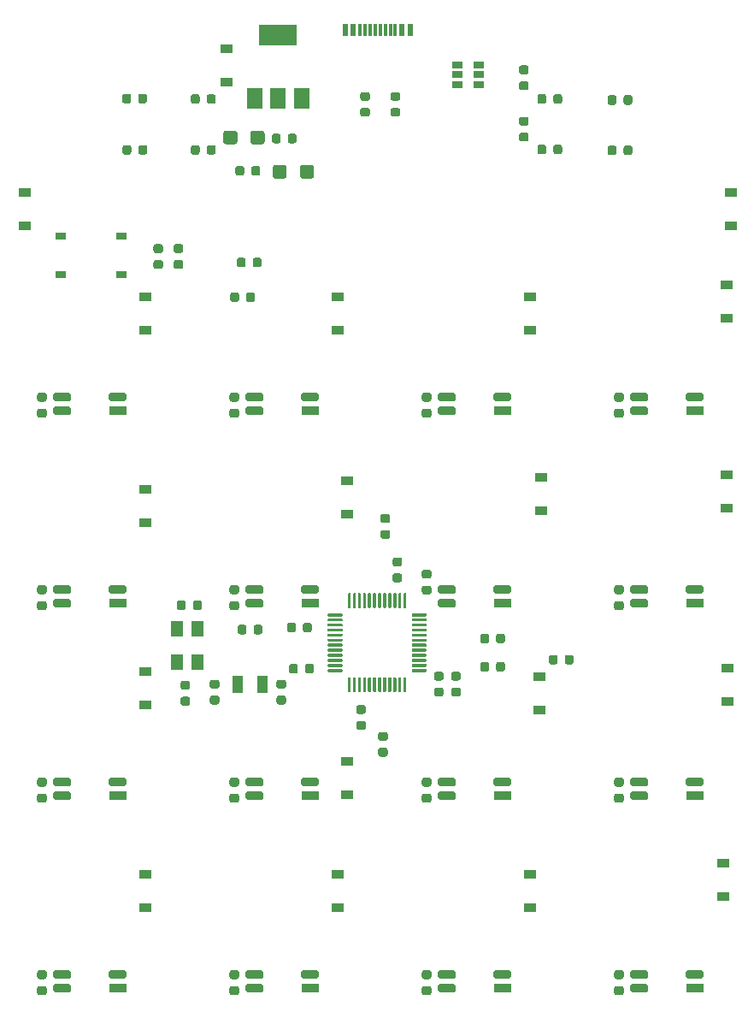
<source format=gbr>
%TF.GenerationSoftware,KiCad,Pcbnew,(5.1.6)-1*%
%TF.CreationDate,2020-09-22T21:49:09-05:00*%
%TF.ProjectId,rocketboard-16,726f636b-6574-4626-9f61-72642d31362e,1.1*%
%TF.SameCoordinates,Original*%
%TF.FileFunction,Paste,Bot*%
%TF.FilePolarity,Positive*%
%FSLAX46Y46*%
G04 Gerber Fmt 4.6, Leading zero omitted, Abs format (unit mm)*
G04 Created by KiCad (PCBNEW (5.1.6)-1) date 2020-09-22 21:49:09*
%MOMM*%
%LPD*%
G01*
G04 APERTURE LIST*
%ADD10R,0.300000X1.160000*%
%ADD11R,0.600000X1.160000*%
%ADD12R,1.200000X0.900000*%
%ADD13R,1.000000X0.750000*%
%ADD14R,1.800000X0.820000*%
%ADD15R,1.000000X1.800000*%
%ADD16R,1.300000X1.600000*%
%ADD17R,1.060000X0.650000*%
%ADD18R,1.500000X2.000000*%
%ADD19R,3.800000X2.000000*%
G04 APERTURE END LIST*
D10*
%TO.C,P1*%
X122300000Y-52360000D03*
X122800000Y-52360000D03*
X123300000Y-52360000D03*
X121300000Y-52360000D03*
X121800000Y-52360000D03*
X124300000Y-52360000D03*
X123800000Y-52360000D03*
X124800000Y-52360000D03*
D11*
X120650000Y-52360000D03*
X120650000Y-52360000D03*
X119850000Y-52360000D03*
X119850000Y-52360000D03*
X125450000Y-52360000D03*
X126250000Y-52360000D03*
X125450000Y-52360000D03*
X126250000Y-52360000D03*
%TD*%
%TO.C,R11*%
G36*
G01*
X98650000Y-63968750D02*
X98650000Y-64481250D01*
G75*
G02*
X98431250Y-64700000I-218750J0D01*
G01*
X97993750Y-64700000D01*
G75*
G02*
X97775000Y-64481250I0J218750D01*
G01*
X97775000Y-63968750D01*
G75*
G02*
X97993750Y-63750000I218750J0D01*
G01*
X98431250Y-63750000D01*
G75*
G02*
X98650000Y-63968750I0J-218750D01*
G01*
G37*
G36*
G01*
X100225000Y-63968750D02*
X100225000Y-64481250D01*
G75*
G02*
X100006250Y-64700000I-218750J0D01*
G01*
X99568750Y-64700000D01*
G75*
G02*
X99350000Y-64481250I0J218750D01*
G01*
X99350000Y-63968750D01*
G75*
G02*
X99568750Y-63750000I218750J0D01*
G01*
X100006250Y-63750000D01*
G75*
G02*
X100225000Y-63968750I0J-218750D01*
G01*
G37*
%TD*%
%TO.C,R17*%
G36*
G01*
X107000000Y-58943750D02*
X107000000Y-59456250D01*
G75*
G02*
X106781250Y-59675000I-218750J0D01*
G01*
X106343750Y-59675000D01*
G75*
G02*
X106125000Y-59456250I0J218750D01*
G01*
X106125000Y-58943750D01*
G75*
G02*
X106343750Y-58725000I218750J0D01*
G01*
X106781250Y-58725000D01*
G75*
G02*
X107000000Y-58943750I0J-218750D01*
G01*
G37*
G36*
G01*
X105425000Y-58943750D02*
X105425000Y-59456250D01*
G75*
G02*
X105206250Y-59675000I-218750J0D01*
G01*
X104768750Y-59675000D01*
G75*
G02*
X104550000Y-59456250I0J218750D01*
G01*
X104550000Y-58943750D01*
G75*
G02*
X104768750Y-58725000I218750J0D01*
G01*
X105206250Y-58725000D01*
G75*
G02*
X105425000Y-58943750I0J-218750D01*
G01*
G37*
%TD*%
%TO.C,R16*%
G36*
G01*
X107000000Y-63968750D02*
X107000000Y-64481250D01*
G75*
G02*
X106781250Y-64700000I-218750J0D01*
G01*
X106343750Y-64700000D01*
G75*
G02*
X106125000Y-64481250I0J218750D01*
G01*
X106125000Y-63968750D01*
G75*
G02*
X106343750Y-63750000I218750J0D01*
G01*
X106781250Y-63750000D01*
G75*
G02*
X107000000Y-63968750I0J-218750D01*
G01*
G37*
G36*
G01*
X105425000Y-63968750D02*
X105425000Y-64481250D01*
G75*
G02*
X105206250Y-64700000I-218750J0D01*
G01*
X104768750Y-64700000D01*
G75*
G02*
X104550000Y-64481250I0J218750D01*
G01*
X104550000Y-63968750D01*
G75*
G02*
X104768750Y-63750000I218750J0D01*
G01*
X105206250Y-63750000D01*
G75*
G02*
X105425000Y-63968750I0J-218750D01*
G01*
G37*
%TD*%
%TO.C,R15*%
G36*
G01*
X138865000Y-64436250D02*
X138865000Y-63923750D01*
G75*
G02*
X139083750Y-63705000I218750J0D01*
G01*
X139521250Y-63705000D01*
G75*
G02*
X139740000Y-63923750I0J-218750D01*
G01*
X139740000Y-64436250D01*
G75*
G02*
X139521250Y-64655000I-218750J0D01*
G01*
X139083750Y-64655000D01*
G75*
G02*
X138865000Y-64436250I0J218750D01*
G01*
G37*
G36*
G01*
X140440000Y-64436250D02*
X140440000Y-63923750D01*
G75*
G02*
X140658750Y-63705000I218750J0D01*
G01*
X141096250Y-63705000D01*
G75*
G02*
X141315000Y-63923750I0J-218750D01*
G01*
X141315000Y-64436250D01*
G75*
G02*
X141096250Y-64655000I-218750J0D01*
G01*
X140658750Y-64655000D01*
G75*
G02*
X140440000Y-64436250I0J218750D01*
G01*
G37*
%TD*%
%TO.C,R14*%
G36*
G01*
X138865000Y-59436250D02*
X138865000Y-58923750D01*
G75*
G02*
X139083750Y-58705000I218750J0D01*
G01*
X139521250Y-58705000D01*
G75*
G02*
X139740000Y-58923750I0J-218750D01*
G01*
X139740000Y-59436250D01*
G75*
G02*
X139521250Y-59655000I-218750J0D01*
G01*
X139083750Y-59655000D01*
G75*
G02*
X138865000Y-59436250I0J218750D01*
G01*
G37*
G36*
G01*
X140440000Y-59436250D02*
X140440000Y-58923750D01*
G75*
G02*
X140658750Y-58705000I218750J0D01*
G01*
X141096250Y-58705000D01*
G75*
G02*
X141315000Y-58923750I0J-218750D01*
G01*
X141315000Y-59436250D01*
G75*
G02*
X141096250Y-59655000I-218750J0D01*
G01*
X140658750Y-59655000D01*
G75*
G02*
X140440000Y-59436250I0J218750D01*
G01*
G37*
%TD*%
%TO.C,R13*%
G36*
G01*
X98625000Y-58893750D02*
X98625000Y-59406250D01*
G75*
G02*
X98406250Y-59625000I-218750J0D01*
G01*
X97968750Y-59625000D01*
G75*
G02*
X97750000Y-59406250I0J218750D01*
G01*
X97750000Y-58893750D01*
G75*
G02*
X97968750Y-58675000I218750J0D01*
G01*
X98406250Y-58675000D01*
G75*
G02*
X98625000Y-58893750I0J-218750D01*
G01*
G37*
G36*
G01*
X100200000Y-58893750D02*
X100200000Y-59406250D01*
G75*
G02*
X99981250Y-59625000I-218750J0D01*
G01*
X99543750Y-59625000D01*
G75*
G02*
X99325000Y-59406250I0J218750D01*
G01*
X99325000Y-58893750D01*
G75*
G02*
X99543750Y-58675000I218750J0D01*
G01*
X99981250Y-58675000D01*
G75*
G02*
X100200000Y-58893750I0J-218750D01*
G01*
G37*
%TD*%
%TO.C,R12*%
G36*
G01*
X145825000Y-64536250D02*
X145825000Y-64023750D01*
G75*
G02*
X146043750Y-63805000I218750J0D01*
G01*
X146481250Y-63805000D01*
G75*
G02*
X146700000Y-64023750I0J-218750D01*
G01*
X146700000Y-64536250D01*
G75*
G02*
X146481250Y-64755000I-218750J0D01*
G01*
X146043750Y-64755000D01*
G75*
G02*
X145825000Y-64536250I0J218750D01*
G01*
G37*
G36*
G01*
X147400000Y-64536250D02*
X147400000Y-64023750D01*
G75*
G02*
X147618750Y-63805000I218750J0D01*
G01*
X148056250Y-63805000D01*
G75*
G02*
X148275000Y-64023750I0J-218750D01*
G01*
X148275000Y-64536250D01*
G75*
G02*
X148056250Y-64755000I-218750J0D01*
G01*
X147618750Y-64755000D01*
G75*
G02*
X147400000Y-64536250I0J218750D01*
G01*
G37*
%TD*%
%TO.C,R10*%
G36*
G01*
X145825000Y-59546250D02*
X145825000Y-59033750D01*
G75*
G02*
X146043750Y-58815000I218750J0D01*
G01*
X146481250Y-58815000D01*
G75*
G02*
X146700000Y-59033750I0J-218750D01*
G01*
X146700000Y-59546250D01*
G75*
G02*
X146481250Y-59765000I-218750J0D01*
G01*
X146043750Y-59765000D01*
G75*
G02*
X145825000Y-59546250I0J218750D01*
G01*
G37*
G36*
G01*
X147400000Y-59546250D02*
X147400000Y-59033750D01*
G75*
G02*
X147618750Y-58815000I218750J0D01*
G01*
X148056250Y-58815000D01*
G75*
G02*
X148275000Y-59033750I0J-218750D01*
G01*
X148275000Y-59546250D01*
G75*
G02*
X148056250Y-59765000I-218750J0D01*
G01*
X147618750Y-59765000D01*
G75*
G02*
X147400000Y-59546250I0J218750D01*
G01*
G37*
%TD*%
%TO.C,C35*%
G36*
G01*
X108445000Y-79056250D02*
X108445000Y-78543750D01*
G75*
G02*
X108663750Y-78325000I218750J0D01*
G01*
X109101250Y-78325000D01*
G75*
G02*
X109320000Y-78543750I0J-218750D01*
G01*
X109320000Y-79056250D01*
G75*
G02*
X109101250Y-79275000I-218750J0D01*
G01*
X108663750Y-79275000D01*
G75*
G02*
X108445000Y-79056250I0J218750D01*
G01*
G37*
G36*
G01*
X110020000Y-79056250D02*
X110020000Y-78543750D01*
G75*
G02*
X110238750Y-78325000I218750J0D01*
G01*
X110676250Y-78325000D01*
G75*
G02*
X110895000Y-78543750I0J-218750D01*
G01*
X110895000Y-79056250D01*
G75*
G02*
X110676250Y-79275000I-218750J0D01*
G01*
X110238750Y-79275000D01*
G75*
G02*
X110020000Y-79056250I0J218750D01*
G01*
G37*
%TD*%
%TO.C,C34*%
G36*
G01*
X137786250Y-58315000D02*
X137273750Y-58315000D01*
G75*
G02*
X137055000Y-58096250I0J218750D01*
G01*
X137055000Y-57658750D01*
G75*
G02*
X137273750Y-57440000I218750J0D01*
G01*
X137786250Y-57440000D01*
G75*
G02*
X138005000Y-57658750I0J-218750D01*
G01*
X138005000Y-58096250D01*
G75*
G02*
X137786250Y-58315000I-218750J0D01*
G01*
G37*
G36*
G01*
X137786250Y-56740000D02*
X137273750Y-56740000D01*
G75*
G02*
X137055000Y-56521250I0J218750D01*
G01*
X137055000Y-56083750D01*
G75*
G02*
X137273750Y-55865000I218750J0D01*
G01*
X137786250Y-55865000D01*
G75*
G02*
X138005000Y-56083750I0J-218750D01*
G01*
X138005000Y-56521250D01*
G75*
G02*
X137786250Y-56740000I-218750J0D01*
G01*
G37*
%TD*%
%TO.C,C33*%
G36*
G01*
X109100000Y-75631250D02*
X109100000Y-75118750D01*
G75*
G02*
X109318750Y-74900000I218750J0D01*
G01*
X109756250Y-74900000D01*
G75*
G02*
X109975000Y-75118750I0J-218750D01*
G01*
X109975000Y-75631250D01*
G75*
G02*
X109756250Y-75850000I-218750J0D01*
G01*
X109318750Y-75850000D01*
G75*
G02*
X109100000Y-75631250I0J218750D01*
G01*
G37*
G36*
G01*
X110675000Y-75631250D02*
X110675000Y-75118750D01*
G75*
G02*
X110893750Y-74900000I218750J0D01*
G01*
X111331250Y-74900000D01*
G75*
G02*
X111550000Y-75118750I0J-218750D01*
G01*
X111550000Y-75631250D01*
G75*
G02*
X111331250Y-75850000I-218750J0D01*
G01*
X110893750Y-75850000D01*
G75*
G02*
X110675000Y-75631250I0J218750D01*
G01*
G37*
%TD*%
%TO.C,C32*%
G36*
G01*
X137786250Y-63405000D02*
X137273750Y-63405000D01*
G75*
G02*
X137055000Y-63186250I0J218750D01*
G01*
X137055000Y-62748750D01*
G75*
G02*
X137273750Y-62530000I218750J0D01*
G01*
X137786250Y-62530000D01*
G75*
G02*
X138005000Y-62748750I0J-218750D01*
G01*
X138005000Y-63186250D01*
G75*
G02*
X137786250Y-63405000I-218750J0D01*
G01*
G37*
G36*
G01*
X137786250Y-61830000D02*
X137273750Y-61830000D01*
G75*
G02*
X137055000Y-61611250I0J218750D01*
G01*
X137055000Y-61173750D01*
G75*
G02*
X137273750Y-60955000I218750J0D01*
G01*
X137786250Y-60955000D01*
G75*
G02*
X138005000Y-61173750I0J-218750D01*
G01*
X138005000Y-61611250D01*
G75*
G02*
X137786250Y-61830000I-218750J0D01*
G01*
G37*
%TD*%
%TO.C,C13*%
G36*
G01*
X114050000Y-65974999D02*
X114050000Y-66825001D01*
G75*
G02*
X113800001Y-67075000I-249999J0D01*
G01*
X112899999Y-67075000D01*
G75*
G02*
X112650000Y-66825001I0J249999D01*
G01*
X112650000Y-65974999D01*
G75*
G02*
X112899999Y-65725000I249999J0D01*
G01*
X113800001Y-65725000D01*
G75*
G02*
X114050000Y-65974999I0J-249999D01*
G01*
G37*
G36*
G01*
X116750000Y-65974999D02*
X116750000Y-66825001D01*
G75*
G02*
X116500001Y-67075000I-249999J0D01*
G01*
X115599999Y-67075000D01*
G75*
G02*
X115350000Y-66825001I0J249999D01*
G01*
X115350000Y-65974999D01*
G75*
G02*
X115599999Y-65725000I249999J0D01*
G01*
X116500001Y-65725000D01*
G75*
G02*
X116750000Y-65974999I0J-249999D01*
G01*
G37*
%TD*%
D12*
%TO.C,D14*%
X119100000Y-135950000D03*
X119100000Y-139250000D03*
%TD*%
%TO.C,D16*%
X157300000Y-134850000D03*
X157300000Y-138150000D03*
%TD*%
%TO.C,D11*%
X139100000Y-116350000D03*
X139100000Y-119650000D03*
%TD*%
%TO.C,D9*%
X100000000Y-115850000D03*
X100000000Y-119150000D03*
%TD*%
D13*
%TO.C,SW1*%
X97656000Y-72780000D03*
X91656000Y-72780000D03*
X97656000Y-76530000D03*
X91656000Y-76530000D03*
%TD*%
%TO.C,K16*%
G36*
G01*
X148050000Y-147415000D02*
X148050000Y-147005000D01*
G75*
G02*
X148255000Y-146800000I205000J0D01*
G01*
X149645000Y-146800000D01*
G75*
G02*
X149850000Y-147005000I0J-205000D01*
G01*
X149850000Y-147415000D01*
G75*
G02*
X149645000Y-147620000I-205000J0D01*
G01*
X148255000Y-147620000D01*
G75*
G02*
X148050000Y-147415000I0J205000D01*
G01*
G37*
D14*
X154450000Y-147210000D03*
G36*
G01*
X153550000Y-146055000D02*
X153550000Y-145645000D01*
G75*
G02*
X153755000Y-145440000I205000J0D01*
G01*
X155145000Y-145440000D01*
G75*
G02*
X155350000Y-145645000I0J-205000D01*
G01*
X155350000Y-146055000D01*
G75*
G02*
X155145000Y-146260000I-205000J0D01*
G01*
X153755000Y-146260000D01*
G75*
G02*
X153550000Y-146055000I0J205000D01*
G01*
G37*
G36*
G01*
X148050000Y-146055000D02*
X148050000Y-145645000D01*
G75*
G02*
X148255000Y-145440000I205000J0D01*
G01*
X149645000Y-145440000D01*
G75*
G02*
X149850000Y-145645000I0J-205000D01*
G01*
X149850000Y-146055000D01*
G75*
G02*
X149645000Y-146260000I-205000J0D01*
G01*
X148255000Y-146260000D01*
G75*
G02*
X148050000Y-146055000I0J205000D01*
G01*
G37*
%TD*%
%TO.C,K15*%
G36*
G01*
X129000000Y-147415000D02*
X129000000Y-147005000D01*
G75*
G02*
X129205000Y-146800000I205000J0D01*
G01*
X130595000Y-146800000D01*
G75*
G02*
X130800000Y-147005000I0J-205000D01*
G01*
X130800000Y-147415000D01*
G75*
G02*
X130595000Y-147620000I-205000J0D01*
G01*
X129205000Y-147620000D01*
G75*
G02*
X129000000Y-147415000I0J205000D01*
G01*
G37*
X135400000Y-147210000D03*
G36*
G01*
X134500000Y-146055000D02*
X134500000Y-145645000D01*
G75*
G02*
X134705000Y-145440000I205000J0D01*
G01*
X136095000Y-145440000D01*
G75*
G02*
X136300000Y-145645000I0J-205000D01*
G01*
X136300000Y-146055000D01*
G75*
G02*
X136095000Y-146260000I-205000J0D01*
G01*
X134705000Y-146260000D01*
G75*
G02*
X134500000Y-146055000I0J205000D01*
G01*
G37*
G36*
G01*
X129000000Y-146055000D02*
X129000000Y-145645000D01*
G75*
G02*
X129205000Y-145440000I205000J0D01*
G01*
X130595000Y-145440000D01*
G75*
G02*
X130800000Y-145645000I0J-205000D01*
G01*
X130800000Y-146055000D01*
G75*
G02*
X130595000Y-146260000I-205000J0D01*
G01*
X129205000Y-146260000D01*
G75*
G02*
X129000000Y-146055000I0J205000D01*
G01*
G37*
%TD*%
%TO.C,K14*%
G36*
G01*
X109950000Y-147415000D02*
X109950000Y-147005000D01*
G75*
G02*
X110155000Y-146800000I205000J0D01*
G01*
X111545000Y-146800000D01*
G75*
G02*
X111750000Y-147005000I0J-205000D01*
G01*
X111750000Y-147415000D01*
G75*
G02*
X111545000Y-147620000I-205000J0D01*
G01*
X110155000Y-147620000D01*
G75*
G02*
X109950000Y-147415000I0J205000D01*
G01*
G37*
X116350000Y-147210000D03*
G36*
G01*
X115450000Y-146055000D02*
X115450000Y-145645000D01*
G75*
G02*
X115655000Y-145440000I205000J0D01*
G01*
X117045000Y-145440000D01*
G75*
G02*
X117250000Y-145645000I0J-205000D01*
G01*
X117250000Y-146055000D01*
G75*
G02*
X117045000Y-146260000I-205000J0D01*
G01*
X115655000Y-146260000D01*
G75*
G02*
X115450000Y-146055000I0J205000D01*
G01*
G37*
G36*
G01*
X109950000Y-146055000D02*
X109950000Y-145645000D01*
G75*
G02*
X110155000Y-145440000I205000J0D01*
G01*
X111545000Y-145440000D01*
G75*
G02*
X111750000Y-145645000I0J-205000D01*
G01*
X111750000Y-146055000D01*
G75*
G02*
X111545000Y-146260000I-205000J0D01*
G01*
X110155000Y-146260000D01*
G75*
G02*
X109950000Y-146055000I0J205000D01*
G01*
G37*
%TD*%
%TO.C,K13*%
G36*
G01*
X90900000Y-147415000D02*
X90900000Y-147005000D01*
G75*
G02*
X91105000Y-146800000I205000J0D01*
G01*
X92495000Y-146800000D01*
G75*
G02*
X92700000Y-147005000I0J-205000D01*
G01*
X92700000Y-147415000D01*
G75*
G02*
X92495000Y-147620000I-205000J0D01*
G01*
X91105000Y-147620000D01*
G75*
G02*
X90900000Y-147415000I0J205000D01*
G01*
G37*
X97300000Y-147210000D03*
G36*
G01*
X96400000Y-146055000D02*
X96400000Y-145645000D01*
G75*
G02*
X96605000Y-145440000I205000J0D01*
G01*
X97995000Y-145440000D01*
G75*
G02*
X98200000Y-145645000I0J-205000D01*
G01*
X98200000Y-146055000D01*
G75*
G02*
X97995000Y-146260000I-205000J0D01*
G01*
X96605000Y-146260000D01*
G75*
G02*
X96400000Y-146055000I0J205000D01*
G01*
G37*
G36*
G01*
X90900000Y-146055000D02*
X90900000Y-145645000D01*
G75*
G02*
X91105000Y-145440000I205000J0D01*
G01*
X92495000Y-145440000D01*
G75*
G02*
X92700000Y-145645000I0J-205000D01*
G01*
X92700000Y-146055000D01*
G75*
G02*
X92495000Y-146260000I-205000J0D01*
G01*
X91105000Y-146260000D01*
G75*
G02*
X90900000Y-146055000I0J205000D01*
G01*
G37*
%TD*%
%TO.C,K12*%
G36*
G01*
X148050000Y-128365000D02*
X148050000Y-127955000D01*
G75*
G02*
X148255000Y-127750000I205000J0D01*
G01*
X149645000Y-127750000D01*
G75*
G02*
X149850000Y-127955000I0J-205000D01*
G01*
X149850000Y-128365000D01*
G75*
G02*
X149645000Y-128570000I-205000J0D01*
G01*
X148255000Y-128570000D01*
G75*
G02*
X148050000Y-128365000I0J205000D01*
G01*
G37*
X154450000Y-128160000D03*
G36*
G01*
X153550000Y-127005000D02*
X153550000Y-126595000D01*
G75*
G02*
X153755000Y-126390000I205000J0D01*
G01*
X155145000Y-126390000D01*
G75*
G02*
X155350000Y-126595000I0J-205000D01*
G01*
X155350000Y-127005000D01*
G75*
G02*
X155145000Y-127210000I-205000J0D01*
G01*
X153755000Y-127210000D01*
G75*
G02*
X153550000Y-127005000I0J205000D01*
G01*
G37*
G36*
G01*
X148050000Y-127005000D02*
X148050000Y-126595000D01*
G75*
G02*
X148255000Y-126390000I205000J0D01*
G01*
X149645000Y-126390000D01*
G75*
G02*
X149850000Y-126595000I0J-205000D01*
G01*
X149850000Y-127005000D01*
G75*
G02*
X149645000Y-127210000I-205000J0D01*
G01*
X148255000Y-127210000D01*
G75*
G02*
X148050000Y-127005000I0J205000D01*
G01*
G37*
%TD*%
%TO.C,K11*%
G36*
G01*
X129000000Y-128365000D02*
X129000000Y-127955000D01*
G75*
G02*
X129205000Y-127750000I205000J0D01*
G01*
X130595000Y-127750000D01*
G75*
G02*
X130800000Y-127955000I0J-205000D01*
G01*
X130800000Y-128365000D01*
G75*
G02*
X130595000Y-128570000I-205000J0D01*
G01*
X129205000Y-128570000D01*
G75*
G02*
X129000000Y-128365000I0J205000D01*
G01*
G37*
X135400000Y-128160000D03*
G36*
G01*
X134500000Y-127005000D02*
X134500000Y-126595000D01*
G75*
G02*
X134705000Y-126390000I205000J0D01*
G01*
X136095000Y-126390000D01*
G75*
G02*
X136300000Y-126595000I0J-205000D01*
G01*
X136300000Y-127005000D01*
G75*
G02*
X136095000Y-127210000I-205000J0D01*
G01*
X134705000Y-127210000D01*
G75*
G02*
X134500000Y-127005000I0J205000D01*
G01*
G37*
G36*
G01*
X129000000Y-127005000D02*
X129000000Y-126595000D01*
G75*
G02*
X129205000Y-126390000I205000J0D01*
G01*
X130595000Y-126390000D01*
G75*
G02*
X130800000Y-126595000I0J-205000D01*
G01*
X130800000Y-127005000D01*
G75*
G02*
X130595000Y-127210000I-205000J0D01*
G01*
X129205000Y-127210000D01*
G75*
G02*
X129000000Y-127005000I0J205000D01*
G01*
G37*
%TD*%
%TO.C,K10*%
G36*
G01*
X109950000Y-128365000D02*
X109950000Y-127955000D01*
G75*
G02*
X110155000Y-127750000I205000J0D01*
G01*
X111545000Y-127750000D01*
G75*
G02*
X111750000Y-127955000I0J-205000D01*
G01*
X111750000Y-128365000D01*
G75*
G02*
X111545000Y-128570000I-205000J0D01*
G01*
X110155000Y-128570000D01*
G75*
G02*
X109950000Y-128365000I0J205000D01*
G01*
G37*
X116350000Y-128160000D03*
G36*
G01*
X115450000Y-127005000D02*
X115450000Y-126595000D01*
G75*
G02*
X115655000Y-126390000I205000J0D01*
G01*
X117045000Y-126390000D01*
G75*
G02*
X117250000Y-126595000I0J-205000D01*
G01*
X117250000Y-127005000D01*
G75*
G02*
X117045000Y-127210000I-205000J0D01*
G01*
X115655000Y-127210000D01*
G75*
G02*
X115450000Y-127005000I0J205000D01*
G01*
G37*
G36*
G01*
X109950000Y-127005000D02*
X109950000Y-126595000D01*
G75*
G02*
X110155000Y-126390000I205000J0D01*
G01*
X111545000Y-126390000D01*
G75*
G02*
X111750000Y-126595000I0J-205000D01*
G01*
X111750000Y-127005000D01*
G75*
G02*
X111545000Y-127210000I-205000J0D01*
G01*
X110155000Y-127210000D01*
G75*
G02*
X109950000Y-127005000I0J205000D01*
G01*
G37*
%TD*%
%TO.C,K9*%
G36*
G01*
X90900000Y-128365000D02*
X90900000Y-127955000D01*
G75*
G02*
X91105000Y-127750000I205000J0D01*
G01*
X92495000Y-127750000D01*
G75*
G02*
X92700000Y-127955000I0J-205000D01*
G01*
X92700000Y-128365000D01*
G75*
G02*
X92495000Y-128570000I-205000J0D01*
G01*
X91105000Y-128570000D01*
G75*
G02*
X90900000Y-128365000I0J205000D01*
G01*
G37*
X97300000Y-128160000D03*
G36*
G01*
X96400000Y-127005000D02*
X96400000Y-126595000D01*
G75*
G02*
X96605000Y-126390000I205000J0D01*
G01*
X97995000Y-126390000D01*
G75*
G02*
X98200000Y-126595000I0J-205000D01*
G01*
X98200000Y-127005000D01*
G75*
G02*
X97995000Y-127210000I-205000J0D01*
G01*
X96605000Y-127210000D01*
G75*
G02*
X96400000Y-127005000I0J205000D01*
G01*
G37*
G36*
G01*
X90900000Y-127005000D02*
X90900000Y-126595000D01*
G75*
G02*
X91105000Y-126390000I205000J0D01*
G01*
X92495000Y-126390000D01*
G75*
G02*
X92700000Y-126595000I0J-205000D01*
G01*
X92700000Y-127005000D01*
G75*
G02*
X92495000Y-127210000I-205000J0D01*
G01*
X91105000Y-127210000D01*
G75*
G02*
X90900000Y-127005000I0J205000D01*
G01*
G37*
%TD*%
%TO.C,K8*%
G36*
G01*
X148050000Y-109315000D02*
X148050000Y-108905000D01*
G75*
G02*
X148255000Y-108700000I205000J0D01*
G01*
X149645000Y-108700000D01*
G75*
G02*
X149850000Y-108905000I0J-205000D01*
G01*
X149850000Y-109315000D01*
G75*
G02*
X149645000Y-109520000I-205000J0D01*
G01*
X148255000Y-109520000D01*
G75*
G02*
X148050000Y-109315000I0J205000D01*
G01*
G37*
X154450000Y-109110000D03*
G36*
G01*
X153550000Y-107955000D02*
X153550000Y-107545000D01*
G75*
G02*
X153755000Y-107340000I205000J0D01*
G01*
X155145000Y-107340000D01*
G75*
G02*
X155350000Y-107545000I0J-205000D01*
G01*
X155350000Y-107955000D01*
G75*
G02*
X155145000Y-108160000I-205000J0D01*
G01*
X153755000Y-108160000D01*
G75*
G02*
X153550000Y-107955000I0J205000D01*
G01*
G37*
G36*
G01*
X148050000Y-107955000D02*
X148050000Y-107545000D01*
G75*
G02*
X148255000Y-107340000I205000J0D01*
G01*
X149645000Y-107340000D01*
G75*
G02*
X149850000Y-107545000I0J-205000D01*
G01*
X149850000Y-107955000D01*
G75*
G02*
X149645000Y-108160000I-205000J0D01*
G01*
X148255000Y-108160000D01*
G75*
G02*
X148050000Y-107955000I0J205000D01*
G01*
G37*
%TD*%
%TO.C,K7*%
G36*
G01*
X129000000Y-109315000D02*
X129000000Y-108905000D01*
G75*
G02*
X129205000Y-108700000I205000J0D01*
G01*
X130595000Y-108700000D01*
G75*
G02*
X130800000Y-108905000I0J-205000D01*
G01*
X130800000Y-109315000D01*
G75*
G02*
X130595000Y-109520000I-205000J0D01*
G01*
X129205000Y-109520000D01*
G75*
G02*
X129000000Y-109315000I0J205000D01*
G01*
G37*
X135400000Y-109110000D03*
G36*
G01*
X134500000Y-107955000D02*
X134500000Y-107545000D01*
G75*
G02*
X134705000Y-107340000I205000J0D01*
G01*
X136095000Y-107340000D01*
G75*
G02*
X136300000Y-107545000I0J-205000D01*
G01*
X136300000Y-107955000D01*
G75*
G02*
X136095000Y-108160000I-205000J0D01*
G01*
X134705000Y-108160000D01*
G75*
G02*
X134500000Y-107955000I0J205000D01*
G01*
G37*
G36*
G01*
X129000000Y-107955000D02*
X129000000Y-107545000D01*
G75*
G02*
X129205000Y-107340000I205000J0D01*
G01*
X130595000Y-107340000D01*
G75*
G02*
X130800000Y-107545000I0J-205000D01*
G01*
X130800000Y-107955000D01*
G75*
G02*
X130595000Y-108160000I-205000J0D01*
G01*
X129205000Y-108160000D01*
G75*
G02*
X129000000Y-107955000I0J205000D01*
G01*
G37*
%TD*%
%TO.C,K6*%
G36*
G01*
X109950000Y-109315000D02*
X109950000Y-108905000D01*
G75*
G02*
X110155000Y-108700000I205000J0D01*
G01*
X111545000Y-108700000D01*
G75*
G02*
X111750000Y-108905000I0J-205000D01*
G01*
X111750000Y-109315000D01*
G75*
G02*
X111545000Y-109520000I-205000J0D01*
G01*
X110155000Y-109520000D01*
G75*
G02*
X109950000Y-109315000I0J205000D01*
G01*
G37*
X116350000Y-109110000D03*
G36*
G01*
X115450000Y-107955000D02*
X115450000Y-107545000D01*
G75*
G02*
X115655000Y-107340000I205000J0D01*
G01*
X117045000Y-107340000D01*
G75*
G02*
X117250000Y-107545000I0J-205000D01*
G01*
X117250000Y-107955000D01*
G75*
G02*
X117045000Y-108160000I-205000J0D01*
G01*
X115655000Y-108160000D01*
G75*
G02*
X115450000Y-107955000I0J205000D01*
G01*
G37*
G36*
G01*
X109950000Y-107955000D02*
X109950000Y-107545000D01*
G75*
G02*
X110155000Y-107340000I205000J0D01*
G01*
X111545000Y-107340000D01*
G75*
G02*
X111750000Y-107545000I0J-205000D01*
G01*
X111750000Y-107955000D01*
G75*
G02*
X111545000Y-108160000I-205000J0D01*
G01*
X110155000Y-108160000D01*
G75*
G02*
X109950000Y-107955000I0J205000D01*
G01*
G37*
%TD*%
%TO.C,K5*%
G36*
G01*
X90900000Y-109315000D02*
X90900000Y-108905000D01*
G75*
G02*
X91105000Y-108700000I205000J0D01*
G01*
X92495000Y-108700000D01*
G75*
G02*
X92700000Y-108905000I0J-205000D01*
G01*
X92700000Y-109315000D01*
G75*
G02*
X92495000Y-109520000I-205000J0D01*
G01*
X91105000Y-109520000D01*
G75*
G02*
X90900000Y-109315000I0J205000D01*
G01*
G37*
X97300000Y-109110000D03*
G36*
G01*
X96400000Y-107955000D02*
X96400000Y-107545000D01*
G75*
G02*
X96605000Y-107340000I205000J0D01*
G01*
X97995000Y-107340000D01*
G75*
G02*
X98200000Y-107545000I0J-205000D01*
G01*
X98200000Y-107955000D01*
G75*
G02*
X97995000Y-108160000I-205000J0D01*
G01*
X96605000Y-108160000D01*
G75*
G02*
X96400000Y-107955000I0J205000D01*
G01*
G37*
G36*
G01*
X90900000Y-107955000D02*
X90900000Y-107545000D01*
G75*
G02*
X91105000Y-107340000I205000J0D01*
G01*
X92495000Y-107340000D01*
G75*
G02*
X92700000Y-107545000I0J-205000D01*
G01*
X92700000Y-107955000D01*
G75*
G02*
X92495000Y-108160000I-205000J0D01*
G01*
X91105000Y-108160000D01*
G75*
G02*
X90900000Y-107955000I0J205000D01*
G01*
G37*
%TD*%
%TO.C,K4*%
G36*
G01*
X148050000Y-90265000D02*
X148050000Y-89855000D01*
G75*
G02*
X148255000Y-89650000I205000J0D01*
G01*
X149645000Y-89650000D01*
G75*
G02*
X149850000Y-89855000I0J-205000D01*
G01*
X149850000Y-90265000D01*
G75*
G02*
X149645000Y-90470000I-205000J0D01*
G01*
X148255000Y-90470000D01*
G75*
G02*
X148050000Y-90265000I0J205000D01*
G01*
G37*
X154450000Y-90060000D03*
G36*
G01*
X153550000Y-88905000D02*
X153550000Y-88495000D01*
G75*
G02*
X153755000Y-88290000I205000J0D01*
G01*
X155145000Y-88290000D01*
G75*
G02*
X155350000Y-88495000I0J-205000D01*
G01*
X155350000Y-88905000D01*
G75*
G02*
X155145000Y-89110000I-205000J0D01*
G01*
X153755000Y-89110000D01*
G75*
G02*
X153550000Y-88905000I0J205000D01*
G01*
G37*
G36*
G01*
X148050000Y-88905000D02*
X148050000Y-88495000D01*
G75*
G02*
X148255000Y-88290000I205000J0D01*
G01*
X149645000Y-88290000D01*
G75*
G02*
X149850000Y-88495000I0J-205000D01*
G01*
X149850000Y-88905000D01*
G75*
G02*
X149645000Y-89110000I-205000J0D01*
G01*
X148255000Y-89110000D01*
G75*
G02*
X148050000Y-88905000I0J205000D01*
G01*
G37*
%TD*%
%TO.C,K3*%
G36*
G01*
X129000000Y-90265000D02*
X129000000Y-89855000D01*
G75*
G02*
X129205000Y-89650000I205000J0D01*
G01*
X130595000Y-89650000D01*
G75*
G02*
X130800000Y-89855000I0J-205000D01*
G01*
X130800000Y-90265000D01*
G75*
G02*
X130595000Y-90470000I-205000J0D01*
G01*
X129205000Y-90470000D01*
G75*
G02*
X129000000Y-90265000I0J205000D01*
G01*
G37*
X135400000Y-90060000D03*
G36*
G01*
X134500000Y-88905000D02*
X134500000Y-88495000D01*
G75*
G02*
X134705000Y-88290000I205000J0D01*
G01*
X136095000Y-88290000D01*
G75*
G02*
X136300000Y-88495000I0J-205000D01*
G01*
X136300000Y-88905000D01*
G75*
G02*
X136095000Y-89110000I-205000J0D01*
G01*
X134705000Y-89110000D01*
G75*
G02*
X134500000Y-88905000I0J205000D01*
G01*
G37*
G36*
G01*
X129000000Y-88905000D02*
X129000000Y-88495000D01*
G75*
G02*
X129205000Y-88290000I205000J0D01*
G01*
X130595000Y-88290000D01*
G75*
G02*
X130800000Y-88495000I0J-205000D01*
G01*
X130800000Y-88905000D01*
G75*
G02*
X130595000Y-89110000I-205000J0D01*
G01*
X129205000Y-89110000D01*
G75*
G02*
X129000000Y-88905000I0J205000D01*
G01*
G37*
%TD*%
%TO.C,K2*%
G36*
G01*
X109950000Y-90265000D02*
X109950000Y-89855000D01*
G75*
G02*
X110155000Y-89650000I205000J0D01*
G01*
X111545000Y-89650000D01*
G75*
G02*
X111750000Y-89855000I0J-205000D01*
G01*
X111750000Y-90265000D01*
G75*
G02*
X111545000Y-90470000I-205000J0D01*
G01*
X110155000Y-90470000D01*
G75*
G02*
X109950000Y-90265000I0J205000D01*
G01*
G37*
X116350000Y-90060000D03*
G36*
G01*
X115450000Y-88905000D02*
X115450000Y-88495000D01*
G75*
G02*
X115655000Y-88290000I205000J0D01*
G01*
X117045000Y-88290000D01*
G75*
G02*
X117250000Y-88495000I0J-205000D01*
G01*
X117250000Y-88905000D01*
G75*
G02*
X117045000Y-89110000I-205000J0D01*
G01*
X115655000Y-89110000D01*
G75*
G02*
X115450000Y-88905000I0J205000D01*
G01*
G37*
G36*
G01*
X109950000Y-88905000D02*
X109950000Y-88495000D01*
G75*
G02*
X110155000Y-88290000I205000J0D01*
G01*
X111545000Y-88290000D01*
G75*
G02*
X111750000Y-88495000I0J-205000D01*
G01*
X111750000Y-88905000D01*
G75*
G02*
X111545000Y-89110000I-205000J0D01*
G01*
X110155000Y-89110000D01*
G75*
G02*
X109950000Y-88905000I0J205000D01*
G01*
G37*
%TD*%
%TO.C,K1*%
G36*
G01*
X90900000Y-90265000D02*
X90900000Y-89855000D01*
G75*
G02*
X91105000Y-89650000I205000J0D01*
G01*
X92495000Y-89650000D01*
G75*
G02*
X92700000Y-89855000I0J-205000D01*
G01*
X92700000Y-90265000D01*
G75*
G02*
X92495000Y-90470000I-205000J0D01*
G01*
X91105000Y-90470000D01*
G75*
G02*
X90900000Y-90265000I0J205000D01*
G01*
G37*
X97300000Y-90060000D03*
G36*
G01*
X96400000Y-88905000D02*
X96400000Y-88495000D01*
G75*
G02*
X96605000Y-88290000I205000J0D01*
G01*
X97995000Y-88290000D01*
G75*
G02*
X98200000Y-88495000I0J-205000D01*
G01*
X98200000Y-88905000D01*
G75*
G02*
X97995000Y-89110000I-205000J0D01*
G01*
X96605000Y-89110000D01*
G75*
G02*
X96400000Y-88905000I0J205000D01*
G01*
G37*
G36*
G01*
X90900000Y-88905000D02*
X90900000Y-88495000D01*
G75*
G02*
X91105000Y-88290000I205000J0D01*
G01*
X92495000Y-88290000D01*
G75*
G02*
X92700000Y-88495000I0J-205000D01*
G01*
X92700000Y-88905000D01*
G75*
G02*
X92495000Y-89110000I-205000J0D01*
G01*
X91105000Y-89110000D01*
G75*
G02*
X90900000Y-88905000I0J205000D01*
G01*
G37*
%TD*%
D12*
%TO.C,D19*%
X158000000Y-68450000D03*
X158000000Y-71750000D03*
%TD*%
%TO.C,D18*%
X88138000Y-68450000D03*
X88138000Y-71750000D03*
%TD*%
%TO.C,D17*%
X108100000Y-54250000D03*
X108100000Y-57550000D03*
%TD*%
%TO.C,D15*%
X138100000Y-135950000D03*
X138100000Y-139250000D03*
%TD*%
%TO.C,D13*%
X100000000Y-135950000D03*
X100000000Y-139250000D03*
%TD*%
%TO.C,D12*%
X157700000Y-115550000D03*
X157700000Y-118850000D03*
%TD*%
%TO.C,D10*%
X120000000Y-124750000D03*
X120000000Y-128050000D03*
%TD*%
%TO.C,D8*%
X157600000Y-96350000D03*
X157600000Y-99650000D03*
%TD*%
%TO.C,D7*%
X139200000Y-96650000D03*
X139200000Y-99950000D03*
%TD*%
%TO.C,D6*%
X120000000Y-96950000D03*
X120000000Y-100250000D03*
%TD*%
%TO.C,D5*%
X100000000Y-97850000D03*
X100000000Y-101150000D03*
%TD*%
%TO.C,D4*%
X157600000Y-77550000D03*
X157600000Y-80850000D03*
%TD*%
%TO.C,D3*%
X138100000Y-78750000D03*
X138100000Y-82050000D03*
%TD*%
%TO.C,D2*%
X119100000Y-78750000D03*
X119100000Y-82050000D03*
%TD*%
%TO.C,D1*%
X100000000Y-78750000D03*
X100000000Y-82050000D03*
%TD*%
%TO.C,C10*%
G36*
G01*
X110450000Y-63425001D02*
X110450000Y-62574999D01*
G75*
G02*
X110699999Y-62325000I249999J0D01*
G01*
X111600001Y-62325000D01*
G75*
G02*
X111850000Y-62574999I0J-249999D01*
G01*
X111850000Y-63425001D01*
G75*
G02*
X111600001Y-63675000I-249999J0D01*
G01*
X110699999Y-63675000D01*
G75*
G02*
X110450000Y-63425001I0J249999D01*
G01*
G37*
G36*
G01*
X107750000Y-63425001D02*
X107750000Y-62574999D01*
G75*
G02*
X107999999Y-62325000I249999J0D01*
G01*
X108900001Y-62325000D01*
G75*
G02*
X109150000Y-62574999I0J-249999D01*
G01*
X109150000Y-63425001D01*
G75*
G02*
X108900001Y-63675000I-249999J0D01*
G01*
X107999999Y-63675000D01*
G75*
G02*
X107750000Y-63425001I0J249999D01*
G01*
G37*
%TD*%
%TO.C,C6*%
G36*
G01*
X115150000Y-115313750D02*
X115150000Y-115826250D01*
G75*
G02*
X114931250Y-116045000I-218750J0D01*
G01*
X114493750Y-116045000D01*
G75*
G02*
X114275000Y-115826250I0J218750D01*
G01*
X114275000Y-115313750D01*
G75*
G02*
X114493750Y-115095000I218750J0D01*
G01*
X114931250Y-115095000D01*
G75*
G02*
X115150000Y-115313750I0J-218750D01*
G01*
G37*
G36*
G01*
X116725000Y-115313750D02*
X116725000Y-115826250D01*
G75*
G02*
X116506250Y-116045000I-218750J0D01*
G01*
X116068750Y-116045000D01*
G75*
G02*
X115850000Y-115826250I0J218750D01*
G01*
X115850000Y-115313750D01*
G75*
G02*
X116068750Y-115095000I218750J0D01*
G01*
X116506250Y-115095000D01*
G75*
G02*
X116725000Y-115313750I0J-218750D01*
G01*
G37*
%TD*%
%TO.C,R2*%
G36*
G01*
X134774000Y-115645250D02*
X134774000Y-115132750D01*
G75*
G02*
X134992750Y-114914000I218750J0D01*
G01*
X135430250Y-114914000D01*
G75*
G02*
X135649000Y-115132750I0J-218750D01*
G01*
X135649000Y-115645250D01*
G75*
G02*
X135430250Y-115864000I-218750J0D01*
G01*
X134992750Y-115864000D01*
G75*
G02*
X134774000Y-115645250I0J218750D01*
G01*
G37*
G36*
G01*
X133199000Y-115645250D02*
X133199000Y-115132750D01*
G75*
G02*
X133417750Y-114914000I218750J0D01*
G01*
X133855250Y-114914000D01*
G75*
G02*
X134074000Y-115132750I0J-218750D01*
G01*
X134074000Y-115645250D01*
G75*
G02*
X133855250Y-115864000I-218750J0D01*
G01*
X133417750Y-115864000D01*
G75*
G02*
X133199000Y-115645250I0J218750D01*
G01*
G37*
%TD*%
%TO.C,R1*%
G36*
G01*
X134774000Y-112845250D02*
X134774000Y-112332750D01*
G75*
G02*
X134992750Y-112114000I218750J0D01*
G01*
X135430250Y-112114000D01*
G75*
G02*
X135649000Y-112332750I0J-218750D01*
G01*
X135649000Y-112845250D01*
G75*
G02*
X135430250Y-113064000I-218750J0D01*
G01*
X134992750Y-113064000D01*
G75*
G02*
X134774000Y-112845250I0J218750D01*
G01*
G37*
G36*
G01*
X133199000Y-112845250D02*
X133199000Y-112332750D01*
G75*
G02*
X133417750Y-112114000I218750J0D01*
G01*
X133855250Y-112114000D01*
G75*
G02*
X134074000Y-112332750I0J-218750D01*
G01*
X134074000Y-112845250D01*
G75*
G02*
X133855250Y-113064000I-218750J0D01*
G01*
X133417750Y-113064000D01*
G75*
G02*
X133199000Y-112845250I0J218750D01*
G01*
G37*
%TD*%
%TO.C,C5*%
G36*
G01*
X121143750Y-120750000D02*
X121656250Y-120750000D01*
G75*
G02*
X121875000Y-120968750I0J-218750D01*
G01*
X121875000Y-121406250D01*
G75*
G02*
X121656250Y-121625000I-218750J0D01*
G01*
X121143750Y-121625000D01*
G75*
G02*
X120925000Y-121406250I0J218750D01*
G01*
X120925000Y-120968750D01*
G75*
G02*
X121143750Y-120750000I218750J0D01*
G01*
G37*
G36*
G01*
X121143750Y-119175000D02*
X121656250Y-119175000D01*
G75*
G02*
X121875000Y-119393750I0J-218750D01*
G01*
X121875000Y-119831250D01*
G75*
G02*
X121656250Y-120050000I-218750J0D01*
G01*
X121143750Y-120050000D01*
G75*
G02*
X120925000Y-119831250I0J218750D01*
G01*
X120925000Y-119393750D01*
G75*
G02*
X121143750Y-119175000I218750J0D01*
G01*
G37*
%TD*%
%TO.C,C3*%
G36*
G01*
X113243750Y-116675000D02*
X113756250Y-116675000D01*
G75*
G02*
X113975000Y-116893750I0J-218750D01*
G01*
X113975000Y-117331250D01*
G75*
G02*
X113756250Y-117550000I-218750J0D01*
G01*
X113243750Y-117550000D01*
G75*
G02*
X113025000Y-117331250I0J218750D01*
G01*
X113025000Y-116893750D01*
G75*
G02*
X113243750Y-116675000I218750J0D01*
G01*
G37*
G36*
G01*
X113243750Y-118250000D02*
X113756250Y-118250000D01*
G75*
G02*
X113975000Y-118468750I0J-218750D01*
G01*
X113975000Y-118906250D01*
G75*
G02*
X113756250Y-119125000I-218750J0D01*
G01*
X113243750Y-119125000D01*
G75*
G02*
X113025000Y-118906250I0J218750D01*
G01*
X113025000Y-118468750D01*
G75*
G02*
X113243750Y-118250000I218750J0D01*
G01*
G37*
%TD*%
%TO.C,C7*%
G36*
G01*
X114950000Y-111243750D02*
X114950000Y-111756250D01*
G75*
G02*
X114731250Y-111975000I-218750J0D01*
G01*
X114293750Y-111975000D01*
G75*
G02*
X114075000Y-111756250I0J218750D01*
G01*
X114075000Y-111243750D01*
G75*
G02*
X114293750Y-111025000I218750J0D01*
G01*
X114731250Y-111025000D01*
G75*
G02*
X114950000Y-111243750I0J-218750D01*
G01*
G37*
G36*
G01*
X116525000Y-111243750D02*
X116525000Y-111756250D01*
G75*
G02*
X116306250Y-111975000I-218750J0D01*
G01*
X115868750Y-111975000D01*
G75*
G02*
X115650000Y-111756250I0J218750D01*
G01*
X115650000Y-111243750D01*
G75*
G02*
X115868750Y-111025000I218750J0D01*
G01*
X116306250Y-111025000D01*
G75*
G02*
X116525000Y-111243750I0J-218750D01*
G01*
G37*
%TD*%
%TO.C,C8*%
G36*
G01*
X125256250Y-105450000D02*
X124743750Y-105450000D01*
G75*
G02*
X124525000Y-105231250I0J218750D01*
G01*
X124525000Y-104793750D01*
G75*
G02*
X124743750Y-104575000I218750J0D01*
G01*
X125256250Y-104575000D01*
G75*
G02*
X125475000Y-104793750I0J-218750D01*
G01*
X125475000Y-105231250D01*
G75*
G02*
X125256250Y-105450000I-218750J0D01*
G01*
G37*
G36*
G01*
X125256250Y-107025000D02*
X124743750Y-107025000D01*
G75*
G02*
X124525000Y-106806250I0J218750D01*
G01*
X124525000Y-106368750D01*
G75*
G02*
X124743750Y-106150000I218750J0D01*
G01*
X125256250Y-106150000D01*
G75*
G02*
X125475000Y-106368750I0J-218750D01*
G01*
X125475000Y-106806250D01*
G75*
G02*
X125256250Y-107025000I-218750J0D01*
G01*
G37*
%TD*%
%TO.C,C21*%
G36*
G01*
X128156250Y-106650000D02*
X127643750Y-106650000D01*
G75*
G02*
X127425000Y-106431250I0J218750D01*
G01*
X127425000Y-105993750D01*
G75*
G02*
X127643750Y-105775000I218750J0D01*
G01*
X128156250Y-105775000D01*
G75*
G02*
X128375000Y-105993750I0J-218750D01*
G01*
X128375000Y-106431250D01*
G75*
G02*
X128156250Y-106650000I-218750J0D01*
G01*
G37*
G36*
G01*
X128156250Y-108225000D02*
X127643750Y-108225000D01*
G75*
G02*
X127425000Y-108006250I0J218750D01*
G01*
X127425000Y-107568750D01*
G75*
G02*
X127643750Y-107350000I218750J0D01*
G01*
X128156250Y-107350000D01*
G75*
G02*
X128375000Y-107568750I0J-218750D01*
G01*
X128375000Y-108006250D01*
G75*
G02*
X128156250Y-108225000I-218750J0D01*
G01*
G37*
%TD*%
%TO.C,C30*%
G36*
G01*
X146693750Y-147000000D02*
X147206250Y-147000000D01*
G75*
G02*
X147425000Y-147218750I0J-218750D01*
G01*
X147425000Y-147656250D01*
G75*
G02*
X147206250Y-147875000I-218750J0D01*
G01*
X146693750Y-147875000D01*
G75*
G02*
X146475000Y-147656250I0J218750D01*
G01*
X146475000Y-147218750D01*
G75*
G02*
X146693750Y-147000000I218750J0D01*
G01*
G37*
G36*
G01*
X146693750Y-145425000D02*
X147206250Y-145425000D01*
G75*
G02*
X147425000Y-145643750I0J-218750D01*
G01*
X147425000Y-146081250D01*
G75*
G02*
X147206250Y-146300000I-218750J0D01*
G01*
X146693750Y-146300000D01*
G75*
G02*
X146475000Y-146081250I0J218750D01*
G01*
X146475000Y-145643750D01*
G75*
G02*
X146693750Y-145425000I218750J0D01*
G01*
G37*
%TD*%
%TO.C,C29*%
G36*
G01*
X127643750Y-147000000D02*
X128156250Y-147000000D01*
G75*
G02*
X128375000Y-147218750I0J-218750D01*
G01*
X128375000Y-147656250D01*
G75*
G02*
X128156250Y-147875000I-218750J0D01*
G01*
X127643750Y-147875000D01*
G75*
G02*
X127425000Y-147656250I0J218750D01*
G01*
X127425000Y-147218750D01*
G75*
G02*
X127643750Y-147000000I218750J0D01*
G01*
G37*
G36*
G01*
X127643750Y-145425000D02*
X128156250Y-145425000D01*
G75*
G02*
X128375000Y-145643750I0J-218750D01*
G01*
X128375000Y-146081250D01*
G75*
G02*
X128156250Y-146300000I-218750J0D01*
G01*
X127643750Y-146300000D01*
G75*
G02*
X127425000Y-146081250I0J218750D01*
G01*
X127425000Y-145643750D01*
G75*
G02*
X127643750Y-145425000I218750J0D01*
G01*
G37*
%TD*%
%TO.C,C28*%
G36*
G01*
X108593750Y-147000000D02*
X109106250Y-147000000D01*
G75*
G02*
X109325000Y-147218750I0J-218750D01*
G01*
X109325000Y-147656250D01*
G75*
G02*
X109106250Y-147875000I-218750J0D01*
G01*
X108593750Y-147875000D01*
G75*
G02*
X108375000Y-147656250I0J218750D01*
G01*
X108375000Y-147218750D01*
G75*
G02*
X108593750Y-147000000I218750J0D01*
G01*
G37*
G36*
G01*
X108593750Y-145425000D02*
X109106250Y-145425000D01*
G75*
G02*
X109325000Y-145643750I0J-218750D01*
G01*
X109325000Y-146081250D01*
G75*
G02*
X109106250Y-146300000I-218750J0D01*
G01*
X108593750Y-146300000D01*
G75*
G02*
X108375000Y-146081250I0J218750D01*
G01*
X108375000Y-145643750D01*
G75*
G02*
X108593750Y-145425000I218750J0D01*
G01*
G37*
%TD*%
%TO.C,C27*%
G36*
G01*
X89543750Y-147000000D02*
X90056250Y-147000000D01*
G75*
G02*
X90275000Y-147218750I0J-218750D01*
G01*
X90275000Y-147656250D01*
G75*
G02*
X90056250Y-147875000I-218750J0D01*
G01*
X89543750Y-147875000D01*
G75*
G02*
X89325000Y-147656250I0J218750D01*
G01*
X89325000Y-147218750D01*
G75*
G02*
X89543750Y-147000000I218750J0D01*
G01*
G37*
G36*
G01*
X89543750Y-145425000D02*
X90056250Y-145425000D01*
G75*
G02*
X90275000Y-145643750I0J-218750D01*
G01*
X90275000Y-146081250D01*
G75*
G02*
X90056250Y-146300000I-218750J0D01*
G01*
X89543750Y-146300000D01*
G75*
G02*
X89325000Y-146081250I0J218750D01*
G01*
X89325000Y-145643750D01*
G75*
G02*
X89543750Y-145425000I218750J0D01*
G01*
G37*
%TD*%
%TO.C,C26*%
G36*
G01*
X146693750Y-127950000D02*
X147206250Y-127950000D01*
G75*
G02*
X147425000Y-128168750I0J-218750D01*
G01*
X147425000Y-128606250D01*
G75*
G02*
X147206250Y-128825000I-218750J0D01*
G01*
X146693750Y-128825000D01*
G75*
G02*
X146475000Y-128606250I0J218750D01*
G01*
X146475000Y-128168750D01*
G75*
G02*
X146693750Y-127950000I218750J0D01*
G01*
G37*
G36*
G01*
X146693750Y-126375000D02*
X147206250Y-126375000D01*
G75*
G02*
X147425000Y-126593750I0J-218750D01*
G01*
X147425000Y-127031250D01*
G75*
G02*
X147206250Y-127250000I-218750J0D01*
G01*
X146693750Y-127250000D01*
G75*
G02*
X146475000Y-127031250I0J218750D01*
G01*
X146475000Y-126593750D01*
G75*
G02*
X146693750Y-126375000I218750J0D01*
G01*
G37*
%TD*%
%TO.C,C25*%
G36*
G01*
X127643750Y-127950000D02*
X128156250Y-127950000D01*
G75*
G02*
X128375000Y-128168750I0J-218750D01*
G01*
X128375000Y-128606250D01*
G75*
G02*
X128156250Y-128825000I-218750J0D01*
G01*
X127643750Y-128825000D01*
G75*
G02*
X127425000Y-128606250I0J218750D01*
G01*
X127425000Y-128168750D01*
G75*
G02*
X127643750Y-127950000I218750J0D01*
G01*
G37*
G36*
G01*
X127643750Y-126375000D02*
X128156250Y-126375000D01*
G75*
G02*
X128375000Y-126593750I0J-218750D01*
G01*
X128375000Y-127031250D01*
G75*
G02*
X128156250Y-127250000I-218750J0D01*
G01*
X127643750Y-127250000D01*
G75*
G02*
X127425000Y-127031250I0J218750D01*
G01*
X127425000Y-126593750D01*
G75*
G02*
X127643750Y-126375000I218750J0D01*
G01*
G37*
%TD*%
%TO.C,C24*%
G36*
G01*
X108593750Y-127950000D02*
X109106250Y-127950000D01*
G75*
G02*
X109325000Y-128168750I0J-218750D01*
G01*
X109325000Y-128606250D01*
G75*
G02*
X109106250Y-128825000I-218750J0D01*
G01*
X108593750Y-128825000D01*
G75*
G02*
X108375000Y-128606250I0J218750D01*
G01*
X108375000Y-128168750D01*
G75*
G02*
X108593750Y-127950000I218750J0D01*
G01*
G37*
G36*
G01*
X108593750Y-126375000D02*
X109106250Y-126375000D01*
G75*
G02*
X109325000Y-126593750I0J-218750D01*
G01*
X109325000Y-127031250D01*
G75*
G02*
X109106250Y-127250000I-218750J0D01*
G01*
X108593750Y-127250000D01*
G75*
G02*
X108375000Y-127031250I0J218750D01*
G01*
X108375000Y-126593750D01*
G75*
G02*
X108593750Y-126375000I218750J0D01*
G01*
G37*
%TD*%
%TO.C,C23*%
G36*
G01*
X89543750Y-127950000D02*
X90056250Y-127950000D01*
G75*
G02*
X90275000Y-128168750I0J-218750D01*
G01*
X90275000Y-128606250D01*
G75*
G02*
X90056250Y-128825000I-218750J0D01*
G01*
X89543750Y-128825000D01*
G75*
G02*
X89325000Y-128606250I0J218750D01*
G01*
X89325000Y-128168750D01*
G75*
G02*
X89543750Y-127950000I218750J0D01*
G01*
G37*
G36*
G01*
X89543750Y-126375000D02*
X90056250Y-126375000D01*
G75*
G02*
X90275000Y-126593750I0J-218750D01*
G01*
X90275000Y-127031250D01*
G75*
G02*
X90056250Y-127250000I-218750J0D01*
G01*
X89543750Y-127250000D01*
G75*
G02*
X89325000Y-127031250I0J218750D01*
G01*
X89325000Y-126593750D01*
G75*
G02*
X89543750Y-126375000I218750J0D01*
G01*
G37*
%TD*%
%TO.C,C22*%
G36*
G01*
X146693750Y-108900000D02*
X147206250Y-108900000D01*
G75*
G02*
X147425000Y-109118750I0J-218750D01*
G01*
X147425000Y-109556250D01*
G75*
G02*
X147206250Y-109775000I-218750J0D01*
G01*
X146693750Y-109775000D01*
G75*
G02*
X146475000Y-109556250I0J218750D01*
G01*
X146475000Y-109118750D01*
G75*
G02*
X146693750Y-108900000I218750J0D01*
G01*
G37*
G36*
G01*
X146693750Y-107325000D02*
X147206250Y-107325000D01*
G75*
G02*
X147425000Y-107543750I0J-218750D01*
G01*
X147425000Y-107981250D01*
G75*
G02*
X147206250Y-108200000I-218750J0D01*
G01*
X146693750Y-108200000D01*
G75*
G02*
X146475000Y-107981250I0J218750D01*
G01*
X146475000Y-107543750D01*
G75*
G02*
X146693750Y-107325000I218750J0D01*
G01*
G37*
%TD*%
%TO.C,C20*%
G36*
G01*
X108593750Y-108900000D02*
X109106250Y-108900000D01*
G75*
G02*
X109325000Y-109118750I0J-218750D01*
G01*
X109325000Y-109556250D01*
G75*
G02*
X109106250Y-109775000I-218750J0D01*
G01*
X108593750Y-109775000D01*
G75*
G02*
X108375000Y-109556250I0J218750D01*
G01*
X108375000Y-109118750D01*
G75*
G02*
X108593750Y-108900000I218750J0D01*
G01*
G37*
G36*
G01*
X108593750Y-107325000D02*
X109106250Y-107325000D01*
G75*
G02*
X109325000Y-107543750I0J-218750D01*
G01*
X109325000Y-107981250D01*
G75*
G02*
X109106250Y-108200000I-218750J0D01*
G01*
X108593750Y-108200000D01*
G75*
G02*
X108375000Y-107981250I0J218750D01*
G01*
X108375000Y-107543750D01*
G75*
G02*
X108593750Y-107325000I218750J0D01*
G01*
G37*
%TD*%
%TO.C,C19*%
G36*
G01*
X89543750Y-108900000D02*
X90056250Y-108900000D01*
G75*
G02*
X90275000Y-109118750I0J-218750D01*
G01*
X90275000Y-109556250D01*
G75*
G02*
X90056250Y-109775000I-218750J0D01*
G01*
X89543750Y-109775000D01*
G75*
G02*
X89325000Y-109556250I0J218750D01*
G01*
X89325000Y-109118750D01*
G75*
G02*
X89543750Y-108900000I218750J0D01*
G01*
G37*
G36*
G01*
X89543750Y-107325000D02*
X90056250Y-107325000D01*
G75*
G02*
X90275000Y-107543750I0J-218750D01*
G01*
X90275000Y-107981250D01*
G75*
G02*
X90056250Y-108200000I-218750J0D01*
G01*
X89543750Y-108200000D01*
G75*
G02*
X89325000Y-107981250I0J218750D01*
G01*
X89325000Y-107543750D01*
G75*
G02*
X89543750Y-107325000I218750J0D01*
G01*
G37*
%TD*%
%TO.C,C18*%
G36*
G01*
X146693750Y-89850000D02*
X147206250Y-89850000D01*
G75*
G02*
X147425000Y-90068750I0J-218750D01*
G01*
X147425000Y-90506250D01*
G75*
G02*
X147206250Y-90725000I-218750J0D01*
G01*
X146693750Y-90725000D01*
G75*
G02*
X146475000Y-90506250I0J218750D01*
G01*
X146475000Y-90068750D01*
G75*
G02*
X146693750Y-89850000I218750J0D01*
G01*
G37*
G36*
G01*
X146693750Y-88275000D02*
X147206250Y-88275000D01*
G75*
G02*
X147425000Y-88493750I0J-218750D01*
G01*
X147425000Y-88931250D01*
G75*
G02*
X147206250Y-89150000I-218750J0D01*
G01*
X146693750Y-89150000D01*
G75*
G02*
X146475000Y-88931250I0J218750D01*
G01*
X146475000Y-88493750D01*
G75*
G02*
X146693750Y-88275000I218750J0D01*
G01*
G37*
%TD*%
%TO.C,C17*%
G36*
G01*
X127643750Y-89850000D02*
X128156250Y-89850000D01*
G75*
G02*
X128375000Y-90068750I0J-218750D01*
G01*
X128375000Y-90506250D01*
G75*
G02*
X128156250Y-90725000I-218750J0D01*
G01*
X127643750Y-90725000D01*
G75*
G02*
X127425000Y-90506250I0J218750D01*
G01*
X127425000Y-90068750D01*
G75*
G02*
X127643750Y-89850000I218750J0D01*
G01*
G37*
G36*
G01*
X127643750Y-88275000D02*
X128156250Y-88275000D01*
G75*
G02*
X128375000Y-88493750I0J-218750D01*
G01*
X128375000Y-88931250D01*
G75*
G02*
X128156250Y-89150000I-218750J0D01*
G01*
X127643750Y-89150000D01*
G75*
G02*
X127425000Y-88931250I0J218750D01*
G01*
X127425000Y-88493750D01*
G75*
G02*
X127643750Y-88275000I218750J0D01*
G01*
G37*
%TD*%
%TO.C,C16*%
G36*
G01*
X108593750Y-89850000D02*
X109106250Y-89850000D01*
G75*
G02*
X109325000Y-90068750I0J-218750D01*
G01*
X109325000Y-90506250D01*
G75*
G02*
X109106250Y-90725000I-218750J0D01*
G01*
X108593750Y-90725000D01*
G75*
G02*
X108375000Y-90506250I0J218750D01*
G01*
X108375000Y-90068750D01*
G75*
G02*
X108593750Y-89850000I218750J0D01*
G01*
G37*
G36*
G01*
X108593750Y-88275000D02*
X109106250Y-88275000D01*
G75*
G02*
X109325000Y-88493750I0J-218750D01*
G01*
X109325000Y-88931250D01*
G75*
G02*
X109106250Y-89150000I-218750J0D01*
G01*
X108593750Y-89150000D01*
G75*
G02*
X108375000Y-88931250I0J218750D01*
G01*
X108375000Y-88493750D01*
G75*
G02*
X108593750Y-88275000I218750J0D01*
G01*
G37*
%TD*%
D15*
%TO.C,Y1*%
X109150000Y-117100000D03*
X111650000Y-117100000D03*
%TD*%
%TO.C,C31*%
G36*
G01*
X101058750Y-75132000D02*
X101571250Y-75132000D01*
G75*
G02*
X101790000Y-75350750I0J-218750D01*
G01*
X101790000Y-75788250D01*
G75*
G02*
X101571250Y-76007000I-218750J0D01*
G01*
X101058750Y-76007000D01*
G75*
G02*
X100840000Y-75788250I0J218750D01*
G01*
X100840000Y-75350750D01*
G75*
G02*
X101058750Y-75132000I218750J0D01*
G01*
G37*
G36*
G01*
X101058750Y-73557000D02*
X101571250Y-73557000D01*
G75*
G02*
X101790000Y-73775750I0J-218750D01*
G01*
X101790000Y-74213250D01*
G75*
G02*
X101571250Y-74432000I-218750J0D01*
G01*
X101058750Y-74432000D01*
G75*
G02*
X100840000Y-74213250I0J218750D01*
G01*
X100840000Y-73775750D01*
G75*
G02*
X101058750Y-73557000I218750J0D01*
G01*
G37*
%TD*%
%TO.C,R5*%
G36*
G01*
X124543750Y-60071000D02*
X125056250Y-60071000D01*
G75*
G02*
X125275000Y-60289750I0J-218750D01*
G01*
X125275000Y-60727250D01*
G75*
G02*
X125056250Y-60946000I-218750J0D01*
G01*
X124543750Y-60946000D01*
G75*
G02*
X124325000Y-60727250I0J218750D01*
G01*
X124325000Y-60289750D01*
G75*
G02*
X124543750Y-60071000I218750J0D01*
G01*
G37*
G36*
G01*
X124543750Y-58496000D02*
X125056250Y-58496000D01*
G75*
G02*
X125275000Y-58714750I0J-218750D01*
G01*
X125275000Y-59152250D01*
G75*
G02*
X125056250Y-59371000I-218750J0D01*
G01*
X124543750Y-59371000D01*
G75*
G02*
X124325000Y-59152250I0J218750D01*
G01*
X124325000Y-58714750D01*
G75*
G02*
X124543750Y-58496000I218750J0D01*
G01*
G37*
%TD*%
D16*
%TO.C,X1*%
X105200000Y-114950000D03*
X105200000Y-111650000D03*
X103200000Y-111650000D03*
X103200000Y-114950000D03*
%TD*%
D17*
%TO.C,U3*%
X133100000Y-56800000D03*
X133100000Y-57750000D03*
X133100000Y-55850000D03*
X130900000Y-55850000D03*
X130900000Y-56800000D03*
X130900000Y-57750000D03*
%TD*%
D18*
%TO.C,U2*%
X115500000Y-59150000D03*
X110900000Y-59150000D03*
X113200000Y-59150000D03*
D19*
X113200000Y-52850000D03*
%TD*%
%TO.C,U1*%
G36*
G01*
X118090000Y-115825000D02*
X118090000Y-115675000D01*
G75*
G02*
X118165000Y-115600000I75000J0D01*
G01*
X119490000Y-115600000D01*
G75*
G02*
X119565000Y-115675000I0J-75000D01*
G01*
X119565000Y-115825000D01*
G75*
G02*
X119490000Y-115900000I-75000J0D01*
G01*
X118165000Y-115900000D01*
G75*
G02*
X118090000Y-115825000I0J75000D01*
G01*
G37*
G36*
G01*
X118090000Y-115325000D02*
X118090000Y-115175000D01*
G75*
G02*
X118165000Y-115100000I75000J0D01*
G01*
X119490000Y-115100000D01*
G75*
G02*
X119565000Y-115175000I0J-75000D01*
G01*
X119565000Y-115325000D01*
G75*
G02*
X119490000Y-115400000I-75000J0D01*
G01*
X118165000Y-115400000D01*
G75*
G02*
X118090000Y-115325000I0J75000D01*
G01*
G37*
G36*
G01*
X118090000Y-114825000D02*
X118090000Y-114675000D01*
G75*
G02*
X118165000Y-114600000I75000J0D01*
G01*
X119490000Y-114600000D01*
G75*
G02*
X119565000Y-114675000I0J-75000D01*
G01*
X119565000Y-114825000D01*
G75*
G02*
X119490000Y-114900000I-75000J0D01*
G01*
X118165000Y-114900000D01*
G75*
G02*
X118090000Y-114825000I0J75000D01*
G01*
G37*
G36*
G01*
X118090000Y-114325000D02*
X118090000Y-114175000D01*
G75*
G02*
X118165000Y-114100000I75000J0D01*
G01*
X119490000Y-114100000D01*
G75*
G02*
X119565000Y-114175000I0J-75000D01*
G01*
X119565000Y-114325000D01*
G75*
G02*
X119490000Y-114400000I-75000J0D01*
G01*
X118165000Y-114400000D01*
G75*
G02*
X118090000Y-114325000I0J75000D01*
G01*
G37*
G36*
G01*
X118090000Y-113825000D02*
X118090000Y-113675000D01*
G75*
G02*
X118165000Y-113600000I75000J0D01*
G01*
X119490000Y-113600000D01*
G75*
G02*
X119565000Y-113675000I0J-75000D01*
G01*
X119565000Y-113825000D01*
G75*
G02*
X119490000Y-113900000I-75000J0D01*
G01*
X118165000Y-113900000D01*
G75*
G02*
X118090000Y-113825000I0J75000D01*
G01*
G37*
G36*
G01*
X118090000Y-113325000D02*
X118090000Y-113175000D01*
G75*
G02*
X118165000Y-113100000I75000J0D01*
G01*
X119490000Y-113100000D01*
G75*
G02*
X119565000Y-113175000I0J-75000D01*
G01*
X119565000Y-113325000D01*
G75*
G02*
X119490000Y-113400000I-75000J0D01*
G01*
X118165000Y-113400000D01*
G75*
G02*
X118090000Y-113325000I0J75000D01*
G01*
G37*
G36*
G01*
X118090000Y-112825000D02*
X118090000Y-112675000D01*
G75*
G02*
X118165000Y-112600000I75000J0D01*
G01*
X119490000Y-112600000D01*
G75*
G02*
X119565000Y-112675000I0J-75000D01*
G01*
X119565000Y-112825000D01*
G75*
G02*
X119490000Y-112900000I-75000J0D01*
G01*
X118165000Y-112900000D01*
G75*
G02*
X118090000Y-112825000I0J75000D01*
G01*
G37*
G36*
G01*
X118090000Y-112325000D02*
X118090000Y-112175000D01*
G75*
G02*
X118165000Y-112100000I75000J0D01*
G01*
X119490000Y-112100000D01*
G75*
G02*
X119565000Y-112175000I0J-75000D01*
G01*
X119565000Y-112325000D01*
G75*
G02*
X119490000Y-112400000I-75000J0D01*
G01*
X118165000Y-112400000D01*
G75*
G02*
X118090000Y-112325000I0J75000D01*
G01*
G37*
G36*
G01*
X118090000Y-111825000D02*
X118090000Y-111675000D01*
G75*
G02*
X118165000Y-111600000I75000J0D01*
G01*
X119490000Y-111600000D01*
G75*
G02*
X119565000Y-111675000I0J-75000D01*
G01*
X119565000Y-111825000D01*
G75*
G02*
X119490000Y-111900000I-75000J0D01*
G01*
X118165000Y-111900000D01*
G75*
G02*
X118090000Y-111825000I0J75000D01*
G01*
G37*
G36*
G01*
X118090000Y-111325000D02*
X118090000Y-111175000D01*
G75*
G02*
X118165000Y-111100000I75000J0D01*
G01*
X119490000Y-111100000D01*
G75*
G02*
X119565000Y-111175000I0J-75000D01*
G01*
X119565000Y-111325000D01*
G75*
G02*
X119490000Y-111400000I-75000J0D01*
G01*
X118165000Y-111400000D01*
G75*
G02*
X118090000Y-111325000I0J75000D01*
G01*
G37*
G36*
G01*
X118090000Y-110825000D02*
X118090000Y-110675000D01*
G75*
G02*
X118165000Y-110600000I75000J0D01*
G01*
X119490000Y-110600000D01*
G75*
G02*
X119565000Y-110675000I0J-75000D01*
G01*
X119565000Y-110825000D01*
G75*
G02*
X119490000Y-110900000I-75000J0D01*
G01*
X118165000Y-110900000D01*
G75*
G02*
X118090000Y-110825000I0J75000D01*
G01*
G37*
G36*
G01*
X118090000Y-110325000D02*
X118090000Y-110175000D01*
G75*
G02*
X118165000Y-110100000I75000J0D01*
G01*
X119490000Y-110100000D01*
G75*
G02*
X119565000Y-110175000I0J-75000D01*
G01*
X119565000Y-110325000D01*
G75*
G02*
X119490000Y-110400000I-75000J0D01*
G01*
X118165000Y-110400000D01*
G75*
G02*
X118090000Y-110325000I0J75000D01*
G01*
G37*
G36*
G01*
X120090000Y-109500000D02*
X120090000Y-108175000D01*
G75*
G02*
X120165000Y-108100000I75000J0D01*
G01*
X120315000Y-108100000D01*
G75*
G02*
X120390000Y-108175000I0J-75000D01*
G01*
X120390000Y-109500000D01*
G75*
G02*
X120315000Y-109575000I-75000J0D01*
G01*
X120165000Y-109575000D01*
G75*
G02*
X120090000Y-109500000I0J75000D01*
G01*
G37*
G36*
G01*
X120590000Y-109500000D02*
X120590000Y-108175000D01*
G75*
G02*
X120665000Y-108100000I75000J0D01*
G01*
X120815000Y-108100000D01*
G75*
G02*
X120890000Y-108175000I0J-75000D01*
G01*
X120890000Y-109500000D01*
G75*
G02*
X120815000Y-109575000I-75000J0D01*
G01*
X120665000Y-109575000D01*
G75*
G02*
X120590000Y-109500000I0J75000D01*
G01*
G37*
G36*
G01*
X121090000Y-109500000D02*
X121090000Y-108175000D01*
G75*
G02*
X121165000Y-108100000I75000J0D01*
G01*
X121315000Y-108100000D01*
G75*
G02*
X121390000Y-108175000I0J-75000D01*
G01*
X121390000Y-109500000D01*
G75*
G02*
X121315000Y-109575000I-75000J0D01*
G01*
X121165000Y-109575000D01*
G75*
G02*
X121090000Y-109500000I0J75000D01*
G01*
G37*
G36*
G01*
X121590000Y-109500000D02*
X121590000Y-108175000D01*
G75*
G02*
X121665000Y-108100000I75000J0D01*
G01*
X121815000Y-108100000D01*
G75*
G02*
X121890000Y-108175000I0J-75000D01*
G01*
X121890000Y-109500000D01*
G75*
G02*
X121815000Y-109575000I-75000J0D01*
G01*
X121665000Y-109575000D01*
G75*
G02*
X121590000Y-109500000I0J75000D01*
G01*
G37*
G36*
G01*
X122090000Y-109500000D02*
X122090000Y-108175000D01*
G75*
G02*
X122165000Y-108100000I75000J0D01*
G01*
X122315000Y-108100000D01*
G75*
G02*
X122390000Y-108175000I0J-75000D01*
G01*
X122390000Y-109500000D01*
G75*
G02*
X122315000Y-109575000I-75000J0D01*
G01*
X122165000Y-109575000D01*
G75*
G02*
X122090000Y-109500000I0J75000D01*
G01*
G37*
G36*
G01*
X122590000Y-109500000D02*
X122590000Y-108175000D01*
G75*
G02*
X122665000Y-108100000I75000J0D01*
G01*
X122815000Y-108100000D01*
G75*
G02*
X122890000Y-108175000I0J-75000D01*
G01*
X122890000Y-109500000D01*
G75*
G02*
X122815000Y-109575000I-75000J0D01*
G01*
X122665000Y-109575000D01*
G75*
G02*
X122590000Y-109500000I0J75000D01*
G01*
G37*
G36*
G01*
X123090000Y-109500000D02*
X123090000Y-108175000D01*
G75*
G02*
X123165000Y-108100000I75000J0D01*
G01*
X123315000Y-108100000D01*
G75*
G02*
X123390000Y-108175000I0J-75000D01*
G01*
X123390000Y-109500000D01*
G75*
G02*
X123315000Y-109575000I-75000J0D01*
G01*
X123165000Y-109575000D01*
G75*
G02*
X123090000Y-109500000I0J75000D01*
G01*
G37*
G36*
G01*
X123590000Y-109500000D02*
X123590000Y-108175000D01*
G75*
G02*
X123665000Y-108100000I75000J0D01*
G01*
X123815000Y-108100000D01*
G75*
G02*
X123890000Y-108175000I0J-75000D01*
G01*
X123890000Y-109500000D01*
G75*
G02*
X123815000Y-109575000I-75000J0D01*
G01*
X123665000Y-109575000D01*
G75*
G02*
X123590000Y-109500000I0J75000D01*
G01*
G37*
G36*
G01*
X124090000Y-109500000D02*
X124090000Y-108175000D01*
G75*
G02*
X124165000Y-108100000I75000J0D01*
G01*
X124315000Y-108100000D01*
G75*
G02*
X124390000Y-108175000I0J-75000D01*
G01*
X124390000Y-109500000D01*
G75*
G02*
X124315000Y-109575000I-75000J0D01*
G01*
X124165000Y-109575000D01*
G75*
G02*
X124090000Y-109500000I0J75000D01*
G01*
G37*
G36*
G01*
X124590000Y-109500000D02*
X124590000Y-108175000D01*
G75*
G02*
X124665000Y-108100000I75000J0D01*
G01*
X124815000Y-108100000D01*
G75*
G02*
X124890000Y-108175000I0J-75000D01*
G01*
X124890000Y-109500000D01*
G75*
G02*
X124815000Y-109575000I-75000J0D01*
G01*
X124665000Y-109575000D01*
G75*
G02*
X124590000Y-109500000I0J75000D01*
G01*
G37*
G36*
G01*
X125090000Y-109500000D02*
X125090000Y-108175000D01*
G75*
G02*
X125165000Y-108100000I75000J0D01*
G01*
X125315000Y-108100000D01*
G75*
G02*
X125390000Y-108175000I0J-75000D01*
G01*
X125390000Y-109500000D01*
G75*
G02*
X125315000Y-109575000I-75000J0D01*
G01*
X125165000Y-109575000D01*
G75*
G02*
X125090000Y-109500000I0J75000D01*
G01*
G37*
G36*
G01*
X125590000Y-109500000D02*
X125590000Y-108175000D01*
G75*
G02*
X125665000Y-108100000I75000J0D01*
G01*
X125815000Y-108100000D01*
G75*
G02*
X125890000Y-108175000I0J-75000D01*
G01*
X125890000Y-109500000D01*
G75*
G02*
X125815000Y-109575000I-75000J0D01*
G01*
X125665000Y-109575000D01*
G75*
G02*
X125590000Y-109500000I0J75000D01*
G01*
G37*
G36*
G01*
X126415000Y-110325000D02*
X126415000Y-110175000D01*
G75*
G02*
X126490000Y-110100000I75000J0D01*
G01*
X127815000Y-110100000D01*
G75*
G02*
X127890000Y-110175000I0J-75000D01*
G01*
X127890000Y-110325000D01*
G75*
G02*
X127815000Y-110400000I-75000J0D01*
G01*
X126490000Y-110400000D01*
G75*
G02*
X126415000Y-110325000I0J75000D01*
G01*
G37*
G36*
G01*
X126415000Y-110825000D02*
X126415000Y-110675000D01*
G75*
G02*
X126490000Y-110600000I75000J0D01*
G01*
X127815000Y-110600000D01*
G75*
G02*
X127890000Y-110675000I0J-75000D01*
G01*
X127890000Y-110825000D01*
G75*
G02*
X127815000Y-110900000I-75000J0D01*
G01*
X126490000Y-110900000D01*
G75*
G02*
X126415000Y-110825000I0J75000D01*
G01*
G37*
G36*
G01*
X126415000Y-111325000D02*
X126415000Y-111175000D01*
G75*
G02*
X126490000Y-111100000I75000J0D01*
G01*
X127815000Y-111100000D01*
G75*
G02*
X127890000Y-111175000I0J-75000D01*
G01*
X127890000Y-111325000D01*
G75*
G02*
X127815000Y-111400000I-75000J0D01*
G01*
X126490000Y-111400000D01*
G75*
G02*
X126415000Y-111325000I0J75000D01*
G01*
G37*
G36*
G01*
X126415000Y-111825000D02*
X126415000Y-111675000D01*
G75*
G02*
X126490000Y-111600000I75000J0D01*
G01*
X127815000Y-111600000D01*
G75*
G02*
X127890000Y-111675000I0J-75000D01*
G01*
X127890000Y-111825000D01*
G75*
G02*
X127815000Y-111900000I-75000J0D01*
G01*
X126490000Y-111900000D01*
G75*
G02*
X126415000Y-111825000I0J75000D01*
G01*
G37*
G36*
G01*
X126415000Y-112325000D02*
X126415000Y-112175000D01*
G75*
G02*
X126490000Y-112100000I75000J0D01*
G01*
X127815000Y-112100000D01*
G75*
G02*
X127890000Y-112175000I0J-75000D01*
G01*
X127890000Y-112325000D01*
G75*
G02*
X127815000Y-112400000I-75000J0D01*
G01*
X126490000Y-112400000D01*
G75*
G02*
X126415000Y-112325000I0J75000D01*
G01*
G37*
G36*
G01*
X126415000Y-112825000D02*
X126415000Y-112675000D01*
G75*
G02*
X126490000Y-112600000I75000J0D01*
G01*
X127815000Y-112600000D01*
G75*
G02*
X127890000Y-112675000I0J-75000D01*
G01*
X127890000Y-112825000D01*
G75*
G02*
X127815000Y-112900000I-75000J0D01*
G01*
X126490000Y-112900000D01*
G75*
G02*
X126415000Y-112825000I0J75000D01*
G01*
G37*
G36*
G01*
X126415000Y-113325000D02*
X126415000Y-113175000D01*
G75*
G02*
X126490000Y-113100000I75000J0D01*
G01*
X127815000Y-113100000D01*
G75*
G02*
X127890000Y-113175000I0J-75000D01*
G01*
X127890000Y-113325000D01*
G75*
G02*
X127815000Y-113400000I-75000J0D01*
G01*
X126490000Y-113400000D01*
G75*
G02*
X126415000Y-113325000I0J75000D01*
G01*
G37*
G36*
G01*
X126415000Y-113825000D02*
X126415000Y-113675000D01*
G75*
G02*
X126490000Y-113600000I75000J0D01*
G01*
X127815000Y-113600000D01*
G75*
G02*
X127890000Y-113675000I0J-75000D01*
G01*
X127890000Y-113825000D01*
G75*
G02*
X127815000Y-113900000I-75000J0D01*
G01*
X126490000Y-113900000D01*
G75*
G02*
X126415000Y-113825000I0J75000D01*
G01*
G37*
G36*
G01*
X126415000Y-114325000D02*
X126415000Y-114175000D01*
G75*
G02*
X126490000Y-114100000I75000J0D01*
G01*
X127815000Y-114100000D01*
G75*
G02*
X127890000Y-114175000I0J-75000D01*
G01*
X127890000Y-114325000D01*
G75*
G02*
X127815000Y-114400000I-75000J0D01*
G01*
X126490000Y-114400000D01*
G75*
G02*
X126415000Y-114325000I0J75000D01*
G01*
G37*
G36*
G01*
X126415000Y-114825000D02*
X126415000Y-114675000D01*
G75*
G02*
X126490000Y-114600000I75000J0D01*
G01*
X127815000Y-114600000D01*
G75*
G02*
X127890000Y-114675000I0J-75000D01*
G01*
X127890000Y-114825000D01*
G75*
G02*
X127815000Y-114900000I-75000J0D01*
G01*
X126490000Y-114900000D01*
G75*
G02*
X126415000Y-114825000I0J75000D01*
G01*
G37*
G36*
G01*
X126415000Y-115325000D02*
X126415000Y-115175000D01*
G75*
G02*
X126490000Y-115100000I75000J0D01*
G01*
X127815000Y-115100000D01*
G75*
G02*
X127890000Y-115175000I0J-75000D01*
G01*
X127890000Y-115325000D01*
G75*
G02*
X127815000Y-115400000I-75000J0D01*
G01*
X126490000Y-115400000D01*
G75*
G02*
X126415000Y-115325000I0J75000D01*
G01*
G37*
G36*
G01*
X126415000Y-115825000D02*
X126415000Y-115675000D01*
G75*
G02*
X126490000Y-115600000I75000J0D01*
G01*
X127815000Y-115600000D01*
G75*
G02*
X127890000Y-115675000I0J-75000D01*
G01*
X127890000Y-115825000D01*
G75*
G02*
X127815000Y-115900000I-75000J0D01*
G01*
X126490000Y-115900000D01*
G75*
G02*
X126415000Y-115825000I0J75000D01*
G01*
G37*
G36*
G01*
X125590000Y-117825000D02*
X125590000Y-116500000D01*
G75*
G02*
X125665000Y-116425000I75000J0D01*
G01*
X125815000Y-116425000D01*
G75*
G02*
X125890000Y-116500000I0J-75000D01*
G01*
X125890000Y-117825000D01*
G75*
G02*
X125815000Y-117900000I-75000J0D01*
G01*
X125665000Y-117900000D01*
G75*
G02*
X125590000Y-117825000I0J75000D01*
G01*
G37*
G36*
G01*
X125090000Y-117825000D02*
X125090000Y-116500000D01*
G75*
G02*
X125165000Y-116425000I75000J0D01*
G01*
X125315000Y-116425000D01*
G75*
G02*
X125390000Y-116500000I0J-75000D01*
G01*
X125390000Y-117825000D01*
G75*
G02*
X125315000Y-117900000I-75000J0D01*
G01*
X125165000Y-117900000D01*
G75*
G02*
X125090000Y-117825000I0J75000D01*
G01*
G37*
G36*
G01*
X124590000Y-117825000D02*
X124590000Y-116500000D01*
G75*
G02*
X124665000Y-116425000I75000J0D01*
G01*
X124815000Y-116425000D01*
G75*
G02*
X124890000Y-116500000I0J-75000D01*
G01*
X124890000Y-117825000D01*
G75*
G02*
X124815000Y-117900000I-75000J0D01*
G01*
X124665000Y-117900000D01*
G75*
G02*
X124590000Y-117825000I0J75000D01*
G01*
G37*
G36*
G01*
X124090000Y-117825000D02*
X124090000Y-116500000D01*
G75*
G02*
X124165000Y-116425000I75000J0D01*
G01*
X124315000Y-116425000D01*
G75*
G02*
X124390000Y-116500000I0J-75000D01*
G01*
X124390000Y-117825000D01*
G75*
G02*
X124315000Y-117900000I-75000J0D01*
G01*
X124165000Y-117900000D01*
G75*
G02*
X124090000Y-117825000I0J75000D01*
G01*
G37*
G36*
G01*
X123590000Y-117825000D02*
X123590000Y-116500000D01*
G75*
G02*
X123665000Y-116425000I75000J0D01*
G01*
X123815000Y-116425000D01*
G75*
G02*
X123890000Y-116500000I0J-75000D01*
G01*
X123890000Y-117825000D01*
G75*
G02*
X123815000Y-117900000I-75000J0D01*
G01*
X123665000Y-117900000D01*
G75*
G02*
X123590000Y-117825000I0J75000D01*
G01*
G37*
G36*
G01*
X123090000Y-117825000D02*
X123090000Y-116500000D01*
G75*
G02*
X123165000Y-116425000I75000J0D01*
G01*
X123315000Y-116425000D01*
G75*
G02*
X123390000Y-116500000I0J-75000D01*
G01*
X123390000Y-117825000D01*
G75*
G02*
X123315000Y-117900000I-75000J0D01*
G01*
X123165000Y-117900000D01*
G75*
G02*
X123090000Y-117825000I0J75000D01*
G01*
G37*
G36*
G01*
X122590000Y-117825000D02*
X122590000Y-116500000D01*
G75*
G02*
X122665000Y-116425000I75000J0D01*
G01*
X122815000Y-116425000D01*
G75*
G02*
X122890000Y-116500000I0J-75000D01*
G01*
X122890000Y-117825000D01*
G75*
G02*
X122815000Y-117900000I-75000J0D01*
G01*
X122665000Y-117900000D01*
G75*
G02*
X122590000Y-117825000I0J75000D01*
G01*
G37*
G36*
G01*
X122090000Y-117825000D02*
X122090000Y-116500000D01*
G75*
G02*
X122165000Y-116425000I75000J0D01*
G01*
X122315000Y-116425000D01*
G75*
G02*
X122390000Y-116500000I0J-75000D01*
G01*
X122390000Y-117825000D01*
G75*
G02*
X122315000Y-117900000I-75000J0D01*
G01*
X122165000Y-117900000D01*
G75*
G02*
X122090000Y-117825000I0J75000D01*
G01*
G37*
G36*
G01*
X121590000Y-117825000D02*
X121590000Y-116500000D01*
G75*
G02*
X121665000Y-116425000I75000J0D01*
G01*
X121815000Y-116425000D01*
G75*
G02*
X121890000Y-116500000I0J-75000D01*
G01*
X121890000Y-117825000D01*
G75*
G02*
X121815000Y-117900000I-75000J0D01*
G01*
X121665000Y-117900000D01*
G75*
G02*
X121590000Y-117825000I0J75000D01*
G01*
G37*
G36*
G01*
X121090000Y-117825000D02*
X121090000Y-116500000D01*
G75*
G02*
X121165000Y-116425000I75000J0D01*
G01*
X121315000Y-116425000D01*
G75*
G02*
X121390000Y-116500000I0J-75000D01*
G01*
X121390000Y-117825000D01*
G75*
G02*
X121315000Y-117900000I-75000J0D01*
G01*
X121165000Y-117900000D01*
G75*
G02*
X121090000Y-117825000I0J75000D01*
G01*
G37*
G36*
G01*
X120590000Y-117825000D02*
X120590000Y-116500000D01*
G75*
G02*
X120665000Y-116425000I75000J0D01*
G01*
X120815000Y-116425000D01*
G75*
G02*
X120890000Y-116500000I0J-75000D01*
G01*
X120890000Y-117825000D01*
G75*
G02*
X120815000Y-117900000I-75000J0D01*
G01*
X120665000Y-117900000D01*
G75*
G02*
X120590000Y-117825000I0J75000D01*
G01*
G37*
G36*
G01*
X120090000Y-117825000D02*
X120090000Y-116500000D01*
G75*
G02*
X120165000Y-116425000I75000J0D01*
G01*
X120315000Y-116425000D01*
G75*
G02*
X120390000Y-116500000I0J-75000D01*
G01*
X120390000Y-117825000D01*
G75*
G02*
X120315000Y-117900000I-75000J0D01*
G01*
X120165000Y-117900000D01*
G75*
G02*
X120090000Y-117825000I0J75000D01*
G01*
G37*
%TD*%
%TO.C,R9*%
G36*
G01*
X124056250Y-101150000D02*
X123543750Y-101150000D01*
G75*
G02*
X123325000Y-100931250I0J218750D01*
G01*
X123325000Y-100493750D01*
G75*
G02*
X123543750Y-100275000I218750J0D01*
G01*
X124056250Y-100275000D01*
G75*
G02*
X124275000Y-100493750I0J-218750D01*
G01*
X124275000Y-100931250D01*
G75*
G02*
X124056250Y-101150000I-218750J0D01*
G01*
G37*
G36*
G01*
X124056250Y-102725000D02*
X123543750Y-102725000D01*
G75*
G02*
X123325000Y-102506250I0J218750D01*
G01*
X123325000Y-102068750D01*
G75*
G02*
X123543750Y-101850000I218750J0D01*
G01*
X124056250Y-101850000D01*
G75*
G02*
X124275000Y-102068750I0J-218750D01*
G01*
X124275000Y-102506250D01*
G75*
G02*
X124056250Y-102725000I-218750J0D01*
G01*
G37*
%TD*%
%TO.C,R8*%
G36*
G01*
X123827250Y-122713000D02*
X123314750Y-122713000D01*
G75*
G02*
X123096000Y-122494250I0J218750D01*
G01*
X123096000Y-122056750D01*
G75*
G02*
X123314750Y-121838000I218750J0D01*
G01*
X123827250Y-121838000D01*
G75*
G02*
X124046000Y-122056750I0J-218750D01*
G01*
X124046000Y-122494250D01*
G75*
G02*
X123827250Y-122713000I-218750J0D01*
G01*
G37*
G36*
G01*
X123827250Y-124288000D02*
X123314750Y-124288000D01*
G75*
G02*
X123096000Y-124069250I0J218750D01*
G01*
X123096000Y-123631750D01*
G75*
G02*
X123314750Y-123413000I218750J0D01*
G01*
X123827250Y-123413000D01*
G75*
G02*
X124046000Y-123631750I0J-218750D01*
G01*
X124046000Y-124069250D01*
G75*
G02*
X123827250Y-124288000I-218750J0D01*
G01*
G37*
%TD*%
%TO.C,R7*%
G36*
G01*
X110762500Y-111956250D02*
X110762500Y-111443750D01*
G75*
G02*
X110981250Y-111225000I218750J0D01*
G01*
X111418750Y-111225000D01*
G75*
G02*
X111637500Y-111443750I0J-218750D01*
G01*
X111637500Y-111956250D01*
G75*
G02*
X111418750Y-112175000I-218750J0D01*
G01*
X110981250Y-112175000D01*
G75*
G02*
X110762500Y-111956250I0J218750D01*
G01*
G37*
G36*
G01*
X109187500Y-111956250D02*
X109187500Y-111443750D01*
G75*
G02*
X109406250Y-111225000I218750J0D01*
G01*
X109843750Y-111225000D01*
G75*
G02*
X110062500Y-111443750I0J-218750D01*
G01*
X110062500Y-111956250D01*
G75*
G02*
X109843750Y-112175000I-218750J0D01*
G01*
X109406250Y-112175000D01*
G75*
G02*
X109187500Y-111956250I0J218750D01*
G01*
G37*
%TD*%
%TO.C,R6*%
G36*
G01*
X140874000Y-114424750D02*
X140874000Y-114937250D01*
G75*
G02*
X140655250Y-115156000I-218750J0D01*
G01*
X140217750Y-115156000D01*
G75*
G02*
X139999000Y-114937250I0J218750D01*
G01*
X139999000Y-114424750D01*
G75*
G02*
X140217750Y-114206000I218750J0D01*
G01*
X140655250Y-114206000D01*
G75*
G02*
X140874000Y-114424750I0J-218750D01*
G01*
G37*
G36*
G01*
X142449000Y-114424750D02*
X142449000Y-114937250D01*
G75*
G02*
X142230250Y-115156000I-218750J0D01*
G01*
X141792750Y-115156000D01*
G75*
G02*
X141574000Y-114937250I0J218750D01*
G01*
X141574000Y-114424750D01*
G75*
G02*
X141792750Y-114206000I218750J0D01*
G01*
X142230250Y-114206000D01*
G75*
G02*
X142449000Y-114424750I0J-218750D01*
G01*
G37*
%TD*%
%TO.C,R4*%
G36*
G01*
X122056250Y-59371000D02*
X121543750Y-59371000D01*
G75*
G02*
X121325000Y-59152250I0J218750D01*
G01*
X121325000Y-58714750D01*
G75*
G02*
X121543750Y-58496000I218750J0D01*
G01*
X122056250Y-58496000D01*
G75*
G02*
X122275000Y-58714750I0J-218750D01*
G01*
X122275000Y-59152250D01*
G75*
G02*
X122056250Y-59371000I-218750J0D01*
G01*
G37*
G36*
G01*
X122056250Y-60946000D02*
X121543750Y-60946000D01*
G75*
G02*
X121325000Y-60727250I0J218750D01*
G01*
X121325000Y-60289750D01*
G75*
G02*
X121543750Y-60071000I218750J0D01*
G01*
X122056250Y-60071000D01*
G75*
G02*
X122275000Y-60289750I0J-218750D01*
G01*
X122275000Y-60727250D01*
G75*
G02*
X122056250Y-60946000I-218750J0D01*
G01*
G37*
%TD*%
%TO.C,R3*%
G36*
G01*
X103571250Y-74432000D02*
X103058750Y-74432000D01*
G75*
G02*
X102840000Y-74213250I0J218750D01*
G01*
X102840000Y-73775750D01*
G75*
G02*
X103058750Y-73557000I218750J0D01*
G01*
X103571250Y-73557000D01*
G75*
G02*
X103790000Y-73775750I0J-218750D01*
G01*
X103790000Y-74213250D01*
G75*
G02*
X103571250Y-74432000I-218750J0D01*
G01*
G37*
G36*
G01*
X103571250Y-76007000D02*
X103058750Y-76007000D01*
G75*
G02*
X102840000Y-75788250I0J218750D01*
G01*
X102840000Y-75350750D01*
G75*
G02*
X103058750Y-75132000I218750J0D01*
G01*
X103571250Y-75132000D01*
G75*
G02*
X103790000Y-75350750I0J-218750D01*
G01*
X103790000Y-75788250D01*
G75*
G02*
X103571250Y-76007000I-218750J0D01*
G01*
G37*
%TD*%
%TO.C,C15*%
G36*
G01*
X89543750Y-89850000D02*
X90056250Y-89850000D01*
G75*
G02*
X90275000Y-90068750I0J-218750D01*
G01*
X90275000Y-90506250D01*
G75*
G02*
X90056250Y-90725000I-218750J0D01*
G01*
X89543750Y-90725000D01*
G75*
G02*
X89325000Y-90506250I0J218750D01*
G01*
X89325000Y-90068750D01*
G75*
G02*
X89543750Y-89850000I218750J0D01*
G01*
G37*
G36*
G01*
X89543750Y-88275000D02*
X90056250Y-88275000D01*
G75*
G02*
X90275000Y-88493750I0J-218750D01*
G01*
X90275000Y-88931250D01*
G75*
G02*
X90056250Y-89150000I-218750J0D01*
G01*
X89543750Y-89150000D01*
G75*
G02*
X89325000Y-88931250I0J218750D01*
G01*
X89325000Y-88493750D01*
G75*
G02*
X89543750Y-88275000I218750J0D01*
G01*
G37*
%TD*%
%TO.C,C14*%
G36*
G01*
X113450000Y-62843750D02*
X113450000Y-63356250D01*
G75*
G02*
X113231250Y-63575000I-218750J0D01*
G01*
X112793750Y-63575000D01*
G75*
G02*
X112575000Y-63356250I0J218750D01*
G01*
X112575000Y-62843750D01*
G75*
G02*
X112793750Y-62625000I218750J0D01*
G01*
X113231250Y-62625000D01*
G75*
G02*
X113450000Y-62843750I0J-218750D01*
G01*
G37*
G36*
G01*
X115025000Y-62843750D02*
X115025000Y-63356250D01*
G75*
G02*
X114806250Y-63575000I-218750J0D01*
G01*
X114368750Y-63575000D01*
G75*
G02*
X114150000Y-63356250I0J218750D01*
G01*
X114150000Y-62843750D01*
G75*
G02*
X114368750Y-62625000I218750J0D01*
G01*
X114806250Y-62625000D01*
G75*
G02*
X115025000Y-62843750I0J-218750D01*
G01*
G37*
%TD*%
%TO.C,C12*%
G36*
G01*
X106643750Y-118250000D02*
X107156250Y-118250000D01*
G75*
G02*
X107375000Y-118468750I0J-218750D01*
G01*
X107375000Y-118906250D01*
G75*
G02*
X107156250Y-119125000I-218750J0D01*
G01*
X106643750Y-119125000D01*
G75*
G02*
X106425000Y-118906250I0J218750D01*
G01*
X106425000Y-118468750D01*
G75*
G02*
X106643750Y-118250000I218750J0D01*
G01*
G37*
G36*
G01*
X106643750Y-116675000D02*
X107156250Y-116675000D01*
G75*
G02*
X107375000Y-116893750I0J-218750D01*
G01*
X107375000Y-117331250D01*
G75*
G02*
X107156250Y-117550000I-218750J0D01*
G01*
X106643750Y-117550000D01*
G75*
G02*
X106425000Y-117331250I0J218750D01*
G01*
X106425000Y-116893750D01*
G75*
G02*
X106643750Y-116675000I218750J0D01*
G01*
G37*
%TD*%
%TO.C,C11*%
G36*
G01*
X131056250Y-116750000D02*
X130543750Y-116750000D01*
G75*
G02*
X130325000Y-116531250I0J218750D01*
G01*
X130325000Y-116093750D01*
G75*
G02*
X130543750Y-115875000I218750J0D01*
G01*
X131056250Y-115875000D01*
G75*
G02*
X131275000Y-116093750I0J-218750D01*
G01*
X131275000Y-116531250D01*
G75*
G02*
X131056250Y-116750000I-218750J0D01*
G01*
G37*
G36*
G01*
X131056250Y-118325000D02*
X130543750Y-118325000D01*
G75*
G02*
X130325000Y-118106250I0J218750D01*
G01*
X130325000Y-117668750D01*
G75*
G02*
X130543750Y-117450000I218750J0D01*
G01*
X131056250Y-117450000D01*
G75*
G02*
X131275000Y-117668750I0J-218750D01*
G01*
X131275000Y-118106250D01*
G75*
G02*
X131056250Y-118325000I-218750J0D01*
G01*
G37*
%TD*%
%TO.C,C9*%
G36*
G01*
X128843750Y-117450000D02*
X129356250Y-117450000D01*
G75*
G02*
X129575000Y-117668750I0J-218750D01*
G01*
X129575000Y-118106250D01*
G75*
G02*
X129356250Y-118325000I-218750J0D01*
G01*
X128843750Y-118325000D01*
G75*
G02*
X128625000Y-118106250I0J218750D01*
G01*
X128625000Y-117668750D01*
G75*
G02*
X128843750Y-117450000I218750J0D01*
G01*
G37*
G36*
G01*
X128843750Y-115875000D02*
X129356250Y-115875000D01*
G75*
G02*
X129575000Y-116093750I0J-218750D01*
G01*
X129575000Y-116531250D01*
G75*
G02*
X129356250Y-116750000I-218750J0D01*
G01*
X128843750Y-116750000D01*
G75*
G02*
X128625000Y-116531250I0J218750D01*
G01*
X128625000Y-116093750D01*
G75*
G02*
X128843750Y-115875000I218750J0D01*
G01*
G37*
%TD*%
%TO.C,C4*%
G36*
G01*
X110537500Y-66556250D02*
X110537500Y-66043750D01*
G75*
G02*
X110756250Y-65825000I218750J0D01*
G01*
X111193750Y-65825000D01*
G75*
G02*
X111412500Y-66043750I0J-218750D01*
G01*
X111412500Y-66556250D01*
G75*
G02*
X111193750Y-66775000I-218750J0D01*
G01*
X110756250Y-66775000D01*
G75*
G02*
X110537500Y-66556250I0J218750D01*
G01*
G37*
G36*
G01*
X108962500Y-66556250D02*
X108962500Y-66043750D01*
G75*
G02*
X109181250Y-65825000I218750J0D01*
G01*
X109618750Y-65825000D01*
G75*
G02*
X109837500Y-66043750I0J-218750D01*
G01*
X109837500Y-66556250D01*
G75*
G02*
X109618750Y-66775000I-218750J0D01*
G01*
X109181250Y-66775000D01*
G75*
G02*
X108962500Y-66556250I0J218750D01*
G01*
G37*
%TD*%
%TO.C,C2*%
G36*
G01*
X104050000Y-109043750D02*
X104050000Y-109556250D01*
G75*
G02*
X103831250Y-109775000I-218750J0D01*
G01*
X103393750Y-109775000D01*
G75*
G02*
X103175000Y-109556250I0J218750D01*
G01*
X103175000Y-109043750D01*
G75*
G02*
X103393750Y-108825000I218750J0D01*
G01*
X103831250Y-108825000D01*
G75*
G02*
X104050000Y-109043750I0J-218750D01*
G01*
G37*
G36*
G01*
X105625000Y-109043750D02*
X105625000Y-109556250D01*
G75*
G02*
X105406250Y-109775000I-218750J0D01*
G01*
X104968750Y-109775000D01*
G75*
G02*
X104750000Y-109556250I0J218750D01*
G01*
X104750000Y-109043750D01*
G75*
G02*
X104968750Y-108825000I218750J0D01*
G01*
X105406250Y-108825000D01*
G75*
G02*
X105625000Y-109043750I0J-218750D01*
G01*
G37*
%TD*%
%TO.C,C1*%
G36*
G01*
X103743750Y-118350000D02*
X104256250Y-118350000D01*
G75*
G02*
X104475000Y-118568750I0J-218750D01*
G01*
X104475000Y-119006250D01*
G75*
G02*
X104256250Y-119225000I-218750J0D01*
G01*
X103743750Y-119225000D01*
G75*
G02*
X103525000Y-119006250I0J218750D01*
G01*
X103525000Y-118568750D01*
G75*
G02*
X103743750Y-118350000I218750J0D01*
G01*
G37*
G36*
G01*
X103743750Y-116775000D02*
X104256250Y-116775000D01*
G75*
G02*
X104475000Y-116993750I0J-218750D01*
G01*
X104475000Y-117431250D01*
G75*
G02*
X104256250Y-117650000I-218750J0D01*
G01*
X103743750Y-117650000D01*
G75*
G02*
X103525000Y-117431250I0J218750D01*
G01*
X103525000Y-116993750D01*
G75*
G02*
X103743750Y-116775000I218750J0D01*
G01*
G37*
%TD*%
M02*

</source>
